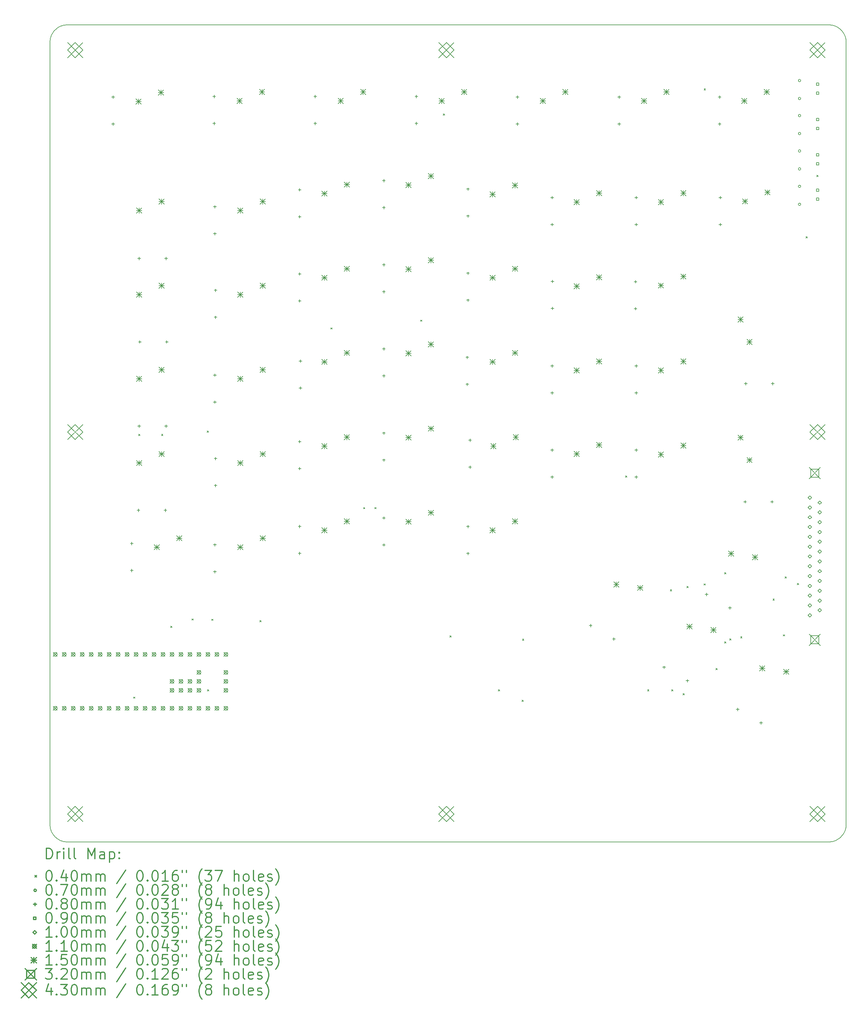
<source format=gbr>
%FSLAX45Y45*%
G04 Gerber Fmt 4.5, Leading zero omitted, Abs format (unit mm)*
G04 Created by KiCad (PCBNEW 5.1.6-c6e7f7d~87~ubuntu20.04.1) date 2020-09-12 13:52:08*
%MOMM*%
%LPD*%
G01*
G04 APERTURE LIST*
%TA.AperFunction,Profile*%
%ADD10C,0.200000*%
%TD*%
%ADD11C,0.200000*%
%ADD12C,0.300000*%
G04 APERTURE END LIST*
D10*
X2047289Y-4717200D02*
X2057900Y-4679400D01*
X24138100Y-27436383D02*
X24099100Y-27441068D01*
X24286900Y-27388014D02*
X24251200Y-27404550D01*
X2455190Y-27436383D02*
X2416740Y-27428666D01*
X24505300Y-4607000D02*
X24521700Y-4642700D01*
X24559900Y-26942493D02*
X24558400Y-26981768D01*
X2087941Y-4607000D02*
X2107096Y-4572700D01*
X24546100Y-4717200D02*
X24553700Y-4755700D01*
X2033508Y-26942493D02*
X2033508Y-4834100D01*
X2087941Y-27169595D02*
X2071542Y-27133904D01*
X2039710Y-27020768D02*
X2035024Y-26981768D01*
X2179994Y-27296099D02*
X2153260Y-27267160D01*
X24559900Y-4834100D02*
X24559900Y-26942493D01*
X24535300Y-27096971D02*
X24521700Y-27133904D01*
X24251200Y-27404550D02*
X24214400Y-27418055D01*
X2035024Y-26981768D02*
X2033508Y-26942493D01*
X2494186Y-4335500D02*
X2533598Y-4334000D01*
X2057900Y-4679400D02*
X2071542Y-4642700D01*
X24059800Y-4334000D02*
X24099100Y-4335500D01*
X2239663Y-27347086D02*
X2208795Y-27322695D01*
X24353700Y-27347086D02*
X24321100Y-27368859D01*
X2071542Y-27133904D02*
X2057900Y-27096971D01*
X2153260Y-27267160D02*
X2129006Y-27236430D01*
X2239663Y-4429500D02*
X2272185Y-4407600D01*
X2342189Y-4372000D02*
X2378983Y-4358400D01*
X24413400Y-27296099D02*
X24384600Y-27322695D01*
X2057900Y-27096971D02*
X2047289Y-27059213D01*
X2033508Y-4834100D02*
X2035024Y-4794700D01*
X2035024Y-4794700D02*
X2039710Y-4755700D01*
X2455190Y-4340200D02*
X2494186Y-4335500D01*
X24546100Y-27059213D02*
X24535300Y-27096971D01*
X24176500Y-27428666D02*
X24138100Y-27436383D01*
X24553700Y-27020768D02*
X24546100Y-27059213D01*
X24464400Y-4540100D02*
X24486200Y-4572700D01*
X24321100Y-27368859D02*
X24286900Y-27388014D01*
X24505300Y-27169595D02*
X24486200Y-27203770D01*
X2153260Y-4509300D02*
X2179994Y-4480500D01*
X2533598Y-4334000D02*
X24059800Y-4334000D01*
X2047289Y-27059213D02*
X2039710Y-27020768D01*
X24553700Y-4755700D02*
X24558400Y-4794700D01*
X2494186Y-27441068D02*
X2455190Y-27436383D01*
X24214400Y-27418055D02*
X24176500Y-27428666D01*
X2107096Y-27203770D02*
X2087941Y-27169595D01*
X24486200Y-4572700D02*
X24505300Y-4607000D01*
X24521700Y-4642700D02*
X24535300Y-4679400D01*
X24558400Y-26981768D02*
X24553700Y-27020768D01*
X2039710Y-4755700D02*
X2047289Y-4717200D01*
X24214400Y-4358400D02*
X24251200Y-4372000D01*
X2107096Y-4572700D02*
X2129006Y-4540100D01*
X2378983Y-4358400D02*
X2416740Y-4347800D01*
X24384600Y-4453700D02*
X24413400Y-4480500D01*
X24384600Y-27322695D02*
X24353700Y-27347086D01*
X24464400Y-27236430D02*
X24440000Y-27267160D01*
X24521700Y-27133904D02*
X24505300Y-27169595D01*
X2208795Y-27322695D02*
X2179994Y-27296099D01*
X24286900Y-4388400D02*
X24321100Y-4407600D01*
X24558400Y-4794700D02*
X24559900Y-4834100D01*
X2272185Y-4407600D02*
X2306498Y-4388400D01*
X2306498Y-4388400D02*
X2342189Y-4372000D01*
X2071542Y-4642700D02*
X2087941Y-4607000D01*
X24440000Y-27267160D02*
X24413400Y-27296099D01*
X2416740Y-4347800D02*
X2455190Y-4340200D01*
X24138100Y-4340200D02*
X24176500Y-4347800D01*
X24486200Y-27203770D02*
X24464400Y-27236430D01*
X24059800Y-27442584D02*
X2533598Y-27442584D01*
X24251200Y-4372000D02*
X24286900Y-4388400D01*
X2129006Y-4540100D02*
X2153260Y-4509300D01*
X24353700Y-4429500D02*
X24384600Y-4453700D01*
X24535300Y-4679400D02*
X24546100Y-4717200D01*
X2378983Y-27418055D02*
X2342189Y-27404550D01*
X2208795Y-4453700D02*
X2239663Y-4429500D01*
X24176500Y-4347800D02*
X24214400Y-4358400D01*
X2533598Y-27442584D02*
X2494186Y-27441068D01*
X2272185Y-27368859D02*
X2239663Y-27347086D01*
X24099100Y-27441068D02*
X24059800Y-27442584D01*
X24440000Y-4509300D02*
X24464400Y-4540100D01*
X2129006Y-27236430D02*
X2107096Y-27203770D01*
X24321100Y-4407600D02*
X24353700Y-4429500D01*
X24099100Y-4335500D02*
X24138100Y-4340200D01*
X2179994Y-4480500D02*
X2208795Y-4453700D01*
X2342189Y-27404550D02*
X2306498Y-27388014D01*
X24413400Y-4480500D02*
X24440000Y-4509300D01*
X2306498Y-27388014D02*
X2272185Y-27368859D01*
X2416740Y-27428666D02*
X2378983Y-27418055D01*
D11*
X4400000Y-23340000D02*
X4440000Y-23380000D01*
X4440000Y-23340000D02*
X4400000Y-23380000D01*
X4540000Y-15910000D02*
X4580000Y-15950000D01*
X4580000Y-15910000D02*
X4540000Y-15950000D01*
X5190000Y-15910000D02*
X5230000Y-15950000D01*
X5230000Y-15910000D02*
X5190000Y-15950000D01*
X5450000Y-21340000D02*
X5490000Y-21380000D01*
X5490000Y-21340000D02*
X5450000Y-21380000D01*
X6050000Y-21130000D02*
X6090000Y-21170000D01*
X6090000Y-21130000D02*
X6050000Y-21170000D01*
X6480000Y-15820000D02*
X6520000Y-15860000D01*
X6520000Y-15820000D02*
X6480000Y-15860000D01*
X6490000Y-23130000D02*
X6530000Y-23170000D01*
X6530000Y-23130000D02*
X6490000Y-23170000D01*
X6610000Y-21140000D02*
X6650000Y-21180000D01*
X6650000Y-21140000D02*
X6610000Y-21180000D01*
X7970000Y-21180000D02*
X8010000Y-21220000D01*
X8010000Y-21180000D02*
X7970000Y-21220000D01*
X9980000Y-12900000D02*
X10020000Y-12940000D01*
X10020000Y-12900000D02*
X9980000Y-12940000D01*
X10903610Y-17980810D02*
X10943610Y-18020810D01*
X10943610Y-17980810D02*
X10903610Y-18020810D01*
X11220680Y-17980810D02*
X11260680Y-18020810D01*
X11260680Y-17980810D02*
X11220680Y-18020810D01*
X12520000Y-12680000D02*
X12560000Y-12720000D01*
X12560000Y-12680000D02*
X12520000Y-12720000D01*
X13160000Y-6850000D02*
X13200000Y-6890000D01*
X13200000Y-6850000D02*
X13160000Y-6890000D01*
X13350000Y-21610000D02*
X13390000Y-21650000D01*
X13390000Y-21610000D02*
X13350000Y-21650000D01*
X14720000Y-23130000D02*
X14760000Y-23170000D01*
X14760000Y-23130000D02*
X14720000Y-23170000D01*
X15390000Y-23430000D02*
X15430000Y-23470000D01*
X15430000Y-23430000D02*
X15390000Y-23470000D01*
X15400000Y-21700000D02*
X15440000Y-21740000D01*
X15440000Y-21700000D02*
X15400000Y-21740000D01*
X18320000Y-17090000D02*
X18360000Y-17130000D01*
X18360000Y-17090000D02*
X18320000Y-17130000D01*
X18940000Y-23130000D02*
X18980000Y-23170000D01*
X18980000Y-23130000D02*
X18940000Y-23170000D01*
X19582060Y-20304970D02*
X19622060Y-20344970D01*
X19622060Y-20304970D02*
X19582060Y-20344970D01*
X19620000Y-23130000D02*
X19660000Y-23170000D01*
X19660000Y-23130000D02*
X19620000Y-23170000D01*
X19940000Y-23240000D02*
X19980000Y-23280000D01*
X19980000Y-23240000D02*
X19940000Y-23280000D01*
X20050000Y-20210000D02*
X20090000Y-20250000D01*
X20090000Y-20210000D02*
X20050000Y-20250000D01*
X20533110Y-20140090D02*
X20573110Y-20180090D01*
X20573110Y-20140090D02*
X20533110Y-20180090D01*
X20540000Y-6140000D02*
X20580000Y-6180000D01*
X20580000Y-6140000D02*
X20540000Y-6180000D01*
X20873810Y-22530780D02*
X20913810Y-22570780D01*
X20913810Y-22530780D02*
X20873810Y-22570780D01*
X21120000Y-19820000D02*
X21160000Y-19860000D01*
X21160000Y-19820000D02*
X21120000Y-19860000D01*
X21120940Y-21778890D02*
X21160940Y-21818890D01*
X21160940Y-21778890D02*
X21120940Y-21818890D01*
X21260980Y-21695460D02*
X21300980Y-21735460D01*
X21300980Y-21695460D02*
X21260980Y-21735460D01*
X21572900Y-21634250D02*
X21612900Y-21674250D01*
X21612900Y-21634250D02*
X21572900Y-21674250D01*
X22487610Y-20568490D02*
X22527610Y-20608490D01*
X22527610Y-20568490D02*
X22487610Y-20608490D01*
X22780000Y-21580000D02*
X22820000Y-21620000D01*
X22820000Y-21580000D02*
X22780000Y-21620000D01*
X22830000Y-19940000D02*
X22870000Y-19980000D01*
X22870000Y-19940000D02*
X22830000Y-19980000D01*
X23176820Y-20125190D02*
X23216820Y-20165190D01*
X23216820Y-20125190D02*
X23176820Y-20165190D01*
X23420000Y-10320000D02*
X23460000Y-10360000D01*
X23460000Y-10320000D02*
X23420000Y-10360000D01*
X23730000Y-8590000D02*
X23770000Y-8630000D01*
X23770000Y-8590000D02*
X23730000Y-8630000D01*
X23275000Y-5910000D02*
G75*
G03*
X23275000Y-5910000I-35000J0D01*
G01*
X23275000Y-6418000D02*
G75*
G03*
X23275000Y-6418000I-35000J0D01*
G01*
X23275000Y-8902000D02*
G75*
G03*
X23275000Y-8902000I-35000J0D01*
G01*
X23275000Y-9410000D02*
G75*
G03*
X23275000Y-9410000I-35000J0D01*
G01*
X23275000Y-7902000D02*
G75*
G03*
X23275000Y-7902000I-35000J0D01*
G01*
X23275000Y-8410000D02*
G75*
G03*
X23275000Y-8410000I-35000J0D01*
G01*
X23275000Y-6902000D02*
G75*
G03*
X23275000Y-6902000I-35000J0D01*
G01*
X23275000Y-7410000D02*
G75*
G03*
X23275000Y-7410000I-35000J0D01*
G01*
X4350000Y-18960000D02*
X4350000Y-19040000D01*
X4310000Y-19000000D02*
X4390000Y-19000000D01*
X4350000Y-19722000D02*
X4350000Y-19802000D01*
X4310000Y-19762000D02*
X4390000Y-19762000D01*
X6700000Y-14198000D02*
X6700000Y-14278000D01*
X6660000Y-14238000D02*
X6740000Y-14238000D01*
X6700000Y-14960000D02*
X6700000Y-15040000D01*
X6660000Y-15000000D02*
X6740000Y-15000000D01*
X4578000Y-13260000D02*
X4578000Y-13340000D01*
X4538000Y-13300000D02*
X4618000Y-13300000D01*
X5340000Y-13260000D02*
X5340000Y-13340000D01*
X5300000Y-13300000D02*
X5380000Y-13300000D01*
X11480000Y-18238000D02*
X11480000Y-18318000D01*
X11440000Y-18278000D02*
X11520000Y-18278000D01*
X11480000Y-19000000D02*
X11480000Y-19080000D01*
X11440000Y-19040000D02*
X11520000Y-19040000D01*
X6720000Y-16558000D02*
X6720000Y-16638000D01*
X6680000Y-16598000D02*
X6760000Y-16598000D01*
X6720000Y-17320000D02*
X6720000Y-17400000D01*
X6680000Y-17360000D02*
X6760000Y-17360000D01*
X13860000Y-8938000D02*
X13860000Y-9018000D01*
X13820000Y-8978000D02*
X13900000Y-8978000D01*
X13860000Y-9700000D02*
X13860000Y-9780000D01*
X13820000Y-9740000D02*
X13900000Y-9740000D01*
X21700000Y-17780000D02*
X21700000Y-17860000D01*
X21660000Y-17820000D02*
X21740000Y-17820000D01*
X22462000Y-17780000D02*
X22462000Y-17860000D01*
X22422000Y-17820000D02*
X22502000Y-17820000D01*
X12400000Y-6318000D02*
X12400000Y-6398000D01*
X12360000Y-6358000D02*
X12440000Y-6358000D01*
X12400000Y-7080000D02*
X12400000Y-7160000D01*
X12360000Y-7120000D02*
X12440000Y-7120000D01*
X18620000Y-13940000D02*
X18620000Y-14020000D01*
X18580000Y-13980000D02*
X18660000Y-13980000D01*
X18620000Y-14702000D02*
X18620000Y-14782000D01*
X18580000Y-14742000D02*
X18660000Y-14742000D01*
X16250000Y-11548000D02*
X16250000Y-11628000D01*
X16210000Y-11588000D02*
X16290000Y-11588000D01*
X16250000Y-12310000D02*
X16250000Y-12390000D01*
X16210000Y-12350000D02*
X16290000Y-12350000D01*
X6720000Y-11800000D02*
X6720000Y-11880000D01*
X6680000Y-11840000D02*
X6760000Y-11840000D01*
X6720000Y-12562000D02*
X6720000Y-12642000D01*
X6680000Y-12602000D02*
X6760000Y-12602000D01*
X4558000Y-10900000D02*
X4558000Y-10980000D01*
X4518000Y-10940000D02*
X4598000Y-10940000D01*
X5320000Y-10900000D02*
X5320000Y-10980000D01*
X5280000Y-10940000D02*
X5360000Y-10940000D01*
X6700000Y-9438000D02*
X6700000Y-9518000D01*
X6660000Y-9478000D02*
X6740000Y-9478000D01*
X6700000Y-10200000D02*
X6700000Y-10280000D01*
X6660000Y-10240000D02*
X6740000Y-10240000D01*
X20980000Y-6338000D02*
X20980000Y-6418000D01*
X20940000Y-6378000D02*
X21020000Y-6378000D01*
X20980000Y-7100000D02*
X20980000Y-7180000D01*
X20940000Y-7140000D02*
X21020000Y-7140000D01*
X19409989Y-22460000D02*
X19409989Y-22540000D01*
X19369989Y-22500000D02*
X19449989Y-22500000D01*
X20069900Y-22841000D02*
X20069900Y-22921000D01*
X20029900Y-22881000D02*
X20109900Y-22881000D01*
X18140000Y-6338000D02*
X18140000Y-6418000D01*
X18100000Y-6378000D02*
X18180000Y-6378000D01*
X18140000Y-7100000D02*
X18140000Y-7180000D01*
X18100000Y-7140000D02*
X18180000Y-7140000D01*
X9100000Y-16078000D02*
X9100000Y-16158000D01*
X9060000Y-16118000D02*
X9140000Y-16118000D01*
X9100000Y-16840000D02*
X9100000Y-16920000D01*
X9060000Y-16880000D02*
X9140000Y-16880000D01*
X11480000Y-11078000D02*
X11480000Y-11158000D01*
X11440000Y-11118000D02*
X11520000Y-11118000D01*
X11480000Y-11840000D02*
X11480000Y-11920000D01*
X11440000Y-11880000D02*
X11520000Y-11880000D01*
X9100000Y-18478000D02*
X9100000Y-18558000D01*
X9060000Y-18518000D02*
X9140000Y-18518000D01*
X9100000Y-19240000D02*
X9100000Y-19320000D01*
X9060000Y-19280000D02*
X9140000Y-19280000D01*
X11480000Y-13458000D02*
X11480000Y-13538000D01*
X11440000Y-13498000D02*
X11520000Y-13498000D01*
X11480000Y-14220000D02*
X11480000Y-14300000D01*
X11440000Y-14260000D02*
X11520000Y-14260000D01*
X13840000Y-13698000D02*
X13840000Y-13778000D01*
X13800000Y-13738000D02*
X13880000Y-13738000D01*
X13840000Y-14460000D02*
X13840000Y-14540000D01*
X13800000Y-14500000D02*
X13880000Y-14500000D01*
X13860000Y-11318000D02*
X13860000Y-11398000D01*
X13820000Y-11358000D02*
X13900000Y-11358000D01*
X13860000Y-12080000D02*
X13860000Y-12160000D01*
X13820000Y-12120000D02*
X13900000Y-12120000D01*
X21720000Y-14440000D02*
X21720000Y-14520000D01*
X21680000Y-14480000D02*
X21760000Y-14480000D01*
X22482000Y-14440000D02*
X22482000Y-14520000D01*
X22442000Y-14480000D02*
X22522000Y-14480000D01*
X3820000Y-6338000D02*
X3820000Y-6418000D01*
X3780000Y-6378000D02*
X3860000Y-6378000D01*
X3820000Y-7100000D02*
X3820000Y-7180000D01*
X3780000Y-7140000D02*
X3860000Y-7140000D01*
X11480000Y-15838000D02*
X11480000Y-15918000D01*
X11440000Y-15878000D02*
X11520000Y-15878000D01*
X11480000Y-16600000D02*
X11480000Y-16680000D01*
X11440000Y-16640000D02*
X11520000Y-16640000D01*
X9100000Y-11338000D02*
X9100000Y-11418000D01*
X9060000Y-11378000D02*
X9140000Y-11378000D01*
X9100000Y-12100000D02*
X9100000Y-12180000D01*
X9060000Y-12140000D02*
X9140000Y-12140000D01*
X13920000Y-16038000D02*
X13920000Y-16118000D01*
X13880000Y-16078000D02*
X13960000Y-16078000D01*
X13920000Y-16800000D02*
X13920000Y-16880000D01*
X13880000Y-16840000D02*
X13960000Y-16840000D01*
X9120000Y-13800000D02*
X9120000Y-13880000D01*
X9080000Y-13840000D02*
X9160000Y-13840000D01*
X9120000Y-14562000D02*
X9120000Y-14642000D01*
X9080000Y-14602000D02*
X9160000Y-14602000D01*
X9100000Y-8958000D02*
X9100000Y-9038000D01*
X9060000Y-8998000D02*
X9140000Y-8998000D01*
X9100000Y-9720000D02*
X9100000Y-9800000D01*
X9060000Y-9760000D02*
X9140000Y-9760000D01*
X20610000Y-20400000D02*
X20610000Y-20480000D01*
X20570000Y-20440000D02*
X20650000Y-20440000D01*
X21269911Y-20781000D02*
X21269911Y-20861000D01*
X21229911Y-20821000D02*
X21309911Y-20821000D01*
X15260000Y-6338000D02*
X15260000Y-6418000D01*
X15220000Y-6378000D02*
X15300000Y-6378000D01*
X15260000Y-7100000D02*
X15260000Y-7180000D01*
X15220000Y-7140000D02*
X15300000Y-7140000D01*
X18600000Y-11558000D02*
X18600000Y-11638000D01*
X18560000Y-11598000D02*
X18640000Y-11598000D01*
X18600000Y-12320000D02*
X18600000Y-12400000D01*
X18560000Y-12360000D02*
X18640000Y-12360000D01*
X16240000Y-13938000D02*
X16240000Y-14018000D01*
X16200000Y-13978000D02*
X16280000Y-13978000D01*
X16240000Y-14700000D02*
X16240000Y-14780000D01*
X16200000Y-14740000D02*
X16280000Y-14740000D01*
X9540000Y-6318000D02*
X9540000Y-6398000D01*
X9500000Y-6358000D02*
X9580000Y-6358000D01*
X9540000Y-7080000D02*
X9540000Y-7160000D01*
X9500000Y-7120000D02*
X9580000Y-7120000D01*
X16240000Y-9178000D02*
X16240000Y-9258000D01*
X16200000Y-9218000D02*
X16280000Y-9218000D01*
X16240000Y-9940000D02*
X16240000Y-10020000D01*
X16200000Y-9980000D02*
X16280000Y-9980000D01*
X13860000Y-18480000D02*
X13860000Y-18560000D01*
X13820000Y-18520000D02*
X13900000Y-18520000D01*
X13860000Y-19242000D02*
X13860000Y-19322000D01*
X13820000Y-19282000D02*
X13900000Y-19282000D01*
X4538000Y-18020000D02*
X4538000Y-18100000D01*
X4498000Y-18060000D02*
X4578000Y-18060000D01*
X5300000Y-18020000D02*
X5300000Y-18100000D01*
X5260000Y-18060000D02*
X5340000Y-18060000D01*
X11480000Y-8700000D02*
X11480000Y-8780000D01*
X11440000Y-8740000D02*
X11520000Y-8740000D01*
X11480000Y-9462000D02*
X11480000Y-9542000D01*
X11440000Y-9502000D02*
X11520000Y-9502000D01*
X18620000Y-9178000D02*
X18620000Y-9258000D01*
X18580000Y-9218000D02*
X18660000Y-9218000D01*
X18620000Y-9940000D02*
X18620000Y-10020000D01*
X18580000Y-9980000D02*
X18660000Y-9980000D01*
X21000000Y-9178000D02*
X21000000Y-9258000D01*
X20960000Y-9218000D02*
X21040000Y-9218000D01*
X21000000Y-9940000D02*
X21000000Y-10020000D01*
X20960000Y-9980000D02*
X21040000Y-9980000D01*
X18620000Y-16318000D02*
X18620000Y-16398000D01*
X18580000Y-16358000D02*
X18660000Y-16358000D01*
X18620000Y-17080000D02*
X18620000Y-17160000D01*
X18580000Y-17120000D02*
X18660000Y-17120000D01*
X6700000Y-18998000D02*
X6700000Y-19078000D01*
X6660000Y-19038000D02*
X6740000Y-19038000D01*
X6700000Y-19760000D02*
X6700000Y-19840000D01*
X6660000Y-19800000D02*
X6740000Y-19800000D01*
X4558000Y-15640000D02*
X4558000Y-15720000D01*
X4518000Y-15680000D02*
X4598000Y-15680000D01*
X5320000Y-15640000D02*
X5320000Y-15720000D01*
X5280000Y-15680000D02*
X5360000Y-15680000D01*
X6680000Y-6318000D02*
X6680000Y-6398000D01*
X6640000Y-6358000D02*
X6720000Y-6358000D01*
X6680000Y-7080000D02*
X6680000Y-7160000D01*
X6640000Y-7120000D02*
X6720000Y-7120000D01*
X21490089Y-23649000D02*
X21490089Y-23729000D01*
X21450089Y-23689000D02*
X21530089Y-23689000D01*
X22150000Y-24030000D02*
X22150000Y-24110000D01*
X22110000Y-24070000D02*
X22190000Y-24070000D01*
X17330089Y-21279000D02*
X17330089Y-21359000D01*
X17290089Y-21319000D02*
X17370089Y-21319000D01*
X17990000Y-21660000D02*
X17990000Y-21740000D01*
X17950000Y-21700000D02*
X18030000Y-21700000D01*
X16240000Y-16318000D02*
X16240000Y-16398000D01*
X16200000Y-16358000D02*
X16280000Y-16358000D01*
X16240000Y-17080000D02*
X16240000Y-17160000D01*
X16200000Y-17120000D02*
X16280000Y-17120000D01*
X23781820Y-7041820D02*
X23781820Y-6978180D01*
X23718180Y-6978180D01*
X23718180Y-7041820D01*
X23781820Y-7041820D01*
X23781820Y-7295820D02*
X23781820Y-7232180D01*
X23718180Y-7232180D01*
X23718180Y-7295820D01*
X23781820Y-7295820D01*
X23781820Y-8041820D02*
X23781820Y-7978180D01*
X23718180Y-7978180D01*
X23718180Y-8041820D01*
X23781820Y-8041820D01*
X23781820Y-8295820D02*
X23781820Y-8232180D01*
X23718180Y-8232180D01*
X23718180Y-8295820D01*
X23781820Y-8295820D01*
X23781820Y-9041820D02*
X23781820Y-8978180D01*
X23718180Y-8978180D01*
X23718180Y-9041820D01*
X23781820Y-9041820D01*
X23781820Y-9295820D02*
X23781820Y-9232180D01*
X23718180Y-9232180D01*
X23718180Y-9295820D01*
X23781820Y-9295820D01*
X23781820Y-6041820D02*
X23781820Y-5978180D01*
X23718180Y-5978180D01*
X23718180Y-6041820D01*
X23781820Y-6041820D01*
X23781820Y-6295820D02*
X23781820Y-6232180D01*
X23718180Y-6232180D01*
X23718180Y-6295820D01*
X23781820Y-6295820D01*
X23530000Y-17756000D02*
X23580000Y-17706000D01*
X23530000Y-17656000D01*
X23480000Y-17706000D01*
X23530000Y-17756000D01*
X23530000Y-18033000D02*
X23580000Y-17983000D01*
X23530000Y-17933000D01*
X23480000Y-17983000D01*
X23530000Y-18033000D01*
X23530000Y-18310000D02*
X23580000Y-18260000D01*
X23530000Y-18210000D01*
X23480000Y-18260000D01*
X23530000Y-18310000D01*
X23530000Y-18587000D02*
X23580000Y-18537000D01*
X23530000Y-18487000D01*
X23480000Y-18537000D01*
X23530000Y-18587000D01*
X23530000Y-18864000D02*
X23580000Y-18814000D01*
X23530000Y-18764000D01*
X23480000Y-18814000D01*
X23530000Y-18864000D01*
X23530000Y-19141000D02*
X23580000Y-19091000D01*
X23530000Y-19041000D01*
X23480000Y-19091000D01*
X23530000Y-19141000D01*
X23530000Y-19418000D02*
X23580000Y-19368000D01*
X23530000Y-19318000D01*
X23480000Y-19368000D01*
X23530000Y-19418000D01*
X23530000Y-19695000D02*
X23580000Y-19645000D01*
X23530000Y-19595000D01*
X23480000Y-19645000D01*
X23530000Y-19695000D01*
X23530000Y-19972000D02*
X23580000Y-19922000D01*
X23530000Y-19872000D01*
X23480000Y-19922000D01*
X23530000Y-19972000D01*
X23530000Y-20249000D02*
X23580000Y-20199000D01*
X23530000Y-20149000D01*
X23480000Y-20199000D01*
X23530000Y-20249000D01*
X23530000Y-20526000D02*
X23580000Y-20476000D01*
X23530000Y-20426000D01*
X23480000Y-20476000D01*
X23530000Y-20526000D01*
X23530000Y-20803000D02*
X23580000Y-20753000D01*
X23530000Y-20703000D01*
X23480000Y-20753000D01*
X23530000Y-20803000D01*
X23530000Y-21080000D02*
X23580000Y-21030000D01*
X23530000Y-20980000D01*
X23480000Y-21030000D01*
X23530000Y-21080000D01*
X23814000Y-17894500D02*
X23864000Y-17844500D01*
X23814000Y-17794500D01*
X23764000Y-17844500D01*
X23814000Y-17894500D01*
X23814000Y-18171500D02*
X23864000Y-18121500D01*
X23814000Y-18071500D01*
X23764000Y-18121500D01*
X23814000Y-18171500D01*
X23814000Y-18448500D02*
X23864000Y-18398500D01*
X23814000Y-18348500D01*
X23764000Y-18398500D01*
X23814000Y-18448500D01*
X23814000Y-18725500D02*
X23864000Y-18675500D01*
X23814000Y-18625500D01*
X23764000Y-18675500D01*
X23814000Y-18725500D01*
X23814000Y-19002500D02*
X23864000Y-18952500D01*
X23814000Y-18902500D01*
X23764000Y-18952500D01*
X23814000Y-19002500D01*
X23814000Y-19279500D02*
X23864000Y-19229500D01*
X23814000Y-19179500D01*
X23764000Y-19229500D01*
X23814000Y-19279500D01*
X23814000Y-19556500D02*
X23864000Y-19506500D01*
X23814000Y-19456500D01*
X23764000Y-19506500D01*
X23814000Y-19556500D01*
X23814000Y-19833500D02*
X23864000Y-19783500D01*
X23814000Y-19733500D01*
X23764000Y-19783500D01*
X23814000Y-19833500D01*
X23814000Y-20110500D02*
X23864000Y-20060500D01*
X23814000Y-20010500D01*
X23764000Y-20060500D01*
X23814000Y-20110500D01*
X23814000Y-20387500D02*
X23864000Y-20337500D01*
X23814000Y-20287500D01*
X23764000Y-20337500D01*
X23814000Y-20387500D01*
X23814000Y-20664500D02*
X23864000Y-20614500D01*
X23814000Y-20564500D01*
X23764000Y-20614500D01*
X23814000Y-20664500D01*
X23814000Y-20941500D02*
X23864000Y-20891500D01*
X23814000Y-20841500D01*
X23764000Y-20891500D01*
X23814000Y-20941500D01*
X2132000Y-22083000D02*
X2242000Y-22193000D01*
X2242000Y-22083000D02*
X2132000Y-22193000D01*
X2242000Y-22138000D02*
G75*
G03*
X2242000Y-22138000I-55000J0D01*
G01*
X2132000Y-23607000D02*
X2242000Y-23717000D01*
X2242000Y-23607000D02*
X2132000Y-23717000D01*
X2242000Y-23662000D02*
G75*
G03*
X2242000Y-23662000I-55000J0D01*
G01*
X2386000Y-22083000D02*
X2496000Y-22193000D01*
X2496000Y-22083000D02*
X2386000Y-22193000D01*
X2496000Y-22138000D02*
G75*
G03*
X2496000Y-22138000I-55000J0D01*
G01*
X2386000Y-23607000D02*
X2496000Y-23717000D01*
X2496000Y-23607000D02*
X2386000Y-23717000D01*
X2496000Y-23662000D02*
G75*
G03*
X2496000Y-23662000I-55000J0D01*
G01*
X2640000Y-22083000D02*
X2750000Y-22193000D01*
X2750000Y-22083000D02*
X2640000Y-22193000D01*
X2750000Y-22138000D02*
G75*
G03*
X2750000Y-22138000I-55000J0D01*
G01*
X2640000Y-23607000D02*
X2750000Y-23717000D01*
X2750000Y-23607000D02*
X2640000Y-23717000D01*
X2750000Y-23662000D02*
G75*
G03*
X2750000Y-23662000I-55000J0D01*
G01*
X2894000Y-22083000D02*
X3004000Y-22193000D01*
X3004000Y-22083000D02*
X2894000Y-22193000D01*
X3004000Y-22138000D02*
G75*
G03*
X3004000Y-22138000I-55000J0D01*
G01*
X2894000Y-23607000D02*
X3004000Y-23717000D01*
X3004000Y-23607000D02*
X2894000Y-23717000D01*
X3004000Y-23662000D02*
G75*
G03*
X3004000Y-23662000I-55000J0D01*
G01*
X3148000Y-22083000D02*
X3258000Y-22193000D01*
X3258000Y-22083000D02*
X3148000Y-22193000D01*
X3258000Y-22138000D02*
G75*
G03*
X3258000Y-22138000I-55000J0D01*
G01*
X3148000Y-23607000D02*
X3258000Y-23717000D01*
X3258000Y-23607000D02*
X3148000Y-23717000D01*
X3258000Y-23662000D02*
G75*
G03*
X3258000Y-23662000I-55000J0D01*
G01*
X3402000Y-22083000D02*
X3512000Y-22193000D01*
X3512000Y-22083000D02*
X3402000Y-22193000D01*
X3512000Y-22138000D02*
G75*
G03*
X3512000Y-22138000I-55000J0D01*
G01*
X3402000Y-23607000D02*
X3512000Y-23717000D01*
X3512000Y-23607000D02*
X3402000Y-23717000D01*
X3512000Y-23662000D02*
G75*
G03*
X3512000Y-23662000I-55000J0D01*
G01*
X3656000Y-22083000D02*
X3766000Y-22193000D01*
X3766000Y-22083000D02*
X3656000Y-22193000D01*
X3766000Y-22138000D02*
G75*
G03*
X3766000Y-22138000I-55000J0D01*
G01*
X3656000Y-23607000D02*
X3766000Y-23717000D01*
X3766000Y-23607000D02*
X3656000Y-23717000D01*
X3766000Y-23662000D02*
G75*
G03*
X3766000Y-23662000I-55000J0D01*
G01*
X3910000Y-22083000D02*
X4020000Y-22193000D01*
X4020000Y-22083000D02*
X3910000Y-22193000D01*
X4020000Y-22138000D02*
G75*
G03*
X4020000Y-22138000I-55000J0D01*
G01*
X3910000Y-23607000D02*
X4020000Y-23717000D01*
X4020000Y-23607000D02*
X3910000Y-23717000D01*
X4020000Y-23662000D02*
G75*
G03*
X4020000Y-23662000I-55000J0D01*
G01*
X4164000Y-22083000D02*
X4274000Y-22193000D01*
X4274000Y-22083000D02*
X4164000Y-22193000D01*
X4274000Y-22138000D02*
G75*
G03*
X4274000Y-22138000I-55000J0D01*
G01*
X4164000Y-23607000D02*
X4274000Y-23717000D01*
X4274000Y-23607000D02*
X4164000Y-23717000D01*
X4274000Y-23662000D02*
G75*
G03*
X4274000Y-23662000I-55000J0D01*
G01*
X4418000Y-22083000D02*
X4528000Y-22193000D01*
X4528000Y-22083000D02*
X4418000Y-22193000D01*
X4528000Y-22138000D02*
G75*
G03*
X4528000Y-22138000I-55000J0D01*
G01*
X4418000Y-23607000D02*
X4528000Y-23717000D01*
X4528000Y-23607000D02*
X4418000Y-23717000D01*
X4528000Y-23662000D02*
G75*
G03*
X4528000Y-23662000I-55000J0D01*
G01*
X4672000Y-22083000D02*
X4782000Y-22193000D01*
X4782000Y-22083000D02*
X4672000Y-22193000D01*
X4782000Y-22138000D02*
G75*
G03*
X4782000Y-22138000I-55000J0D01*
G01*
X4672000Y-23607000D02*
X4782000Y-23717000D01*
X4782000Y-23607000D02*
X4672000Y-23717000D01*
X4782000Y-23662000D02*
G75*
G03*
X4782000Y-23662000I-55000J0D01*
G01*
X4926000Y-22083000D02*
X5036000Y-22193000D01*
X5036000Y-22083000D02*
X4926000Y-22193000D01*
X5036000Y-22138000D02*
G75*
G03*
X5036000Y-22138000I-55000J0D01*
G01*
X4926000Y-23607000D02*
X5036000Y-23717000D01*
X5036000Y-23607000D02*
X4926000Y-23717000D01*
X5036000Y-23662000D02*
G75*
G03*
X5036000Y-23662000I-55000J0D01*
G01*
X5180000Y-22083000D02*
X5290000Y-22193000D01*
X5290000Y-22083000D02*
X5180000Y-22193000D01*
X5290000Y-22138000D02*
G75*
G03*
X5290000Y-22138000I-55000J0D01*
G01*
X5180000Y-23607000D02*
X5290000Y-23717000D01*
X5290000Y-23607000D02*
X5180000Y-23717000D01*
X5290000Y-23662000D02*
G75*
G03*
X5290000Y-23662000I-55000J0D01*
G01*
X5434000Y-22083000D02*
X5544000Y-22193000D01*
X5544000Y-22083000D02*
X5434000Y-22193000D01*
X5544000Y-22138000D02*
G75*
G03*
X5544000Y-22138000I-55000J0D01*
G01*
X5434000Y-22845000D02*
X5544000Y-22955000D01*
X5544000Y-22845000D02*
X5434000Y-22955000D01*
X5544000Y-22900000D02*
G75*
G03*
X5544000Y-22900000I-55000J0D01*
G01*
X5434000Y-23099000D02*
X5544000Y-23209000D01*
X5544000Y-23099000D02*
X5434000Y-23209000D01*
X5544000Y-23154000D02*
G75*
G03*
X5544000Y-23154000I-55000J0D01*
G01*
X5434000Y-23607000D02*
X5544000Y-23717000D01*
X5544000Y-23607000D02*
X5434000Y-23717000D01*
X5544000Y-23662000D02*
G75*
G03*
X5544000Y-23662000I-55000J0D01*
G01*
X5688000Y-22083000D02*
X5798000Y-22193000D01*
X5798000Y-22083000D02*
X5688000Y-22193000D01*
X5798000Y-22138000D02*
G75*
G03*
X5798000Y-22138000I-55000J0D01*
G01*
X5688000Y-22845000D02*
X5798000Y-22955000D01*
X5798000Y-22845000D02*
X5688000Y-22955000D01*
X5798000Y-22900000D02*
G75*
G03*
X5798000Y-22900000I-55000J0D01*
G01*
X5688000Y-23099000D02*
X5798000Y-23209000D01*
X5798000Y-23099000D02*
X5688000Y-23209000D01*
X5798000Y-23154000D02*
G75*
G03*
X5798000Y-23154000I-55000J0D01*
G01*
X5688000Y-23607000D02*
X5798000Y-23717000D01*
X5798000Y-23607000D02*
X5688000Y-23717000D01*
X5798000Y-23662000D02*
G75*
G03*
X5798000Y-23662000I-55000J0D01*
G01*
X5942000Y-22083000D02*
X6052000Y-22193000D01*
X6052000Y-22083000D02*
X5942000Y-22193000D01*
X6052000Y-22138000D02*
G75*
G03*
X6052000Y-22138000I-55000J0D01*
G01*
X5942000Y-22845000D02*
X6052000Y-22955000D01*
X6052000Y-22845000D02*
X5942000Y-22955000D01*
X6052000Y-22900000D02*
G75*
G03*
X6052000Y-22900000I-55000J0D01*
G01*
X5942000Y-23099000D02*
X6052000Y-23209000D01*
X6052000Y-23099000D02*
X5942000Y-23209000D01*
X6052000Y-23154000D02*
G75*
G03*
X6052000Y-23154000I-55000J0D01*
G01*
X5942000Y-23607000D02*
X6052000Y-23717000D01*
X6052000Y-23607000D02*
X5942000Y-23717000D01*
X6052000Y-23662000D02*
G75*
G03*
X6052000Y-23662000I-55000J0D01*
G01*
X6196000Y-22083000D02*
X6306000Y-22193000D01*
X6306000Y-22083000D02*
X6196000Y-22193000D01*
X6306000Y-22138000D02*
G75*
G03*
X6306000Y-22138000I-55000J0D01*
G01*
X6196000Y-22591000D02*
X6306000Y-22701000D01*
X6306000Y-22591000D02*
X6196000Y-22701000D01*
X6306000Y-22646000D02*
G75*
G03*
X6306000Y-22646000I-55000J0D01*
G01*
X6196000Y-22845000D02*
X6306000Y-22955000D01*
X6306000Y-22845000D02*
X6196000Y-22955000D01*
X6306000Y-22900000D02*
G75*
G03*
X6306000Y-22900000I-55000J0D01*
G01*
X6196000Y-23099000D02*
X6306000Y-23209000D01*
X6306000Y-23099000D02*
X6196000Y-23209000D01*
X6306000Y-23154000D02*
G75*
G03*
X6306000Y-23154000I-55000J0D01*
G01*
X6196000Y-23607000D02*
X6306000Y-23717000D01*
X6306000Y-23607000D02*
X6196000Y-23717000D01*
X6306000Y-23662000D02*
G75*
G03*
X6306000Y-23662000I-55000J0D01*
G01*
X6450000Y-22083000D02*
X6560000Y-22193000D01*
X6560000Y-22083000D02*
X6450000Y-22193000D01*
X6560000Y-22138000D02*
G75*
G03*
X6560000Y-22138000I-55000J0D01*
G01*
X6450000Y-23607000D02*
X6560000Y-23717000D01*
X6560000Y-23607000D02*
X6450000Y-23717000D01*
X6560000Y-23662000D02*
G75*
G03*
X6560000Y-23662000I-55000J0D01*
G01*
X6704000Y-22083000D02*
X6814000Y-22193000D01*
X6814000Y-22083000D02*
X6704000Y-22193000D01*
X6814000Y-22138000D02*
G75*
G03*
X6814000Y-22138000I-55000J0D01*
G01*
X6704000Y-23607000D02*
X6814000Y-23717000D01*
X6814000Y-23607000D02*
X6704000Y-23717000D01*
X6814000Y-23662000D02*
G75*
G03*
X6814000Y-23662000I-55000J0D01*
G01*
X6958000Y-22083000D02*
X7068000Y-22193000D01*
X7068000Y-22083000D02*
X6958000Y-22193000D01*
X7068000Y-22138000D02*
G75*
G03*
X7068000Y-22138000I-55000J0D01*
G01*
X6958000Y-22591000D02*
X7068000Y-22701000D01*
X7068000Y-22591000D02*
X6958000Y-22701000D01*
X7068000Y-22646000D02*
G75*
G03*
X7068000Y-22646000I-55000J0D01*
G01*
X6958000Y-22845000D02*
X7068000Y-22955000D01*
X7068000Y-22845000D02*
X6958000Y-22955000D01*
X7068000Y-22900000D02*
G75*
G03*
X7068000Y-22900000I-55000J0D01*
G01*
X6958000Y-23099000D02*
X7068000Y-23209000D01*
X7068000Y-23099000D02*
X6958000Y-23209000D01*
X7068000Y-23154000D02*
G75*
G03*
X7068000Y-23154000I-55000J0D01*
G01*
X6958000Y-23607000D02*
X7068000Y-23717000D01*
X7068000Y-23607000D02*
X6958000Y-23717000D01*
X7068000Y-23662000D02*
G75*
G03*
X7068000Y-23662000I-55000J0D01*
G01*
X7344000Y-11891000D02*
X7494000Y-12041000D01*
X7494000Y-11891000D02*
X7344000Y-12041000D01*
X7419000Y-11891000D02*
X7419000Y-12041000D01*
X7344000Y-11966000D02*
X7494000Y-11966000D01*
X7979000Y-11637000D02*
X8129000Y-11787000D01*
X8129000Y-11637000D02*
X7979000Y-11787000D01*
X8054000Y-11637000D02*
X8054000Y-11787000D01*
X7979000Y-11712000D02*
X8129000Y-11712000D01*
X12104000Y-15931000D02*
X12254000Y-16081000D01*
X12254000Y-15931000D02*
X12104000Y-16081000D01*
X12179000Y-15931000D02*
X12179000Y-16081000D01*
X12104000Y-16006000D02*
X12254000Y-16006000D01*
X12739000Y-15677000D02*
X12889000Y-15827000D01*
X12889000Y-15677000D02*
X12739000Y-15827000D01*
X12814000Y-15677000D02*
X12814000Y-15827000D01*
X12739000Y-15752000D02*
X12889000Y-15752000D01*
X7324000Y-6411000D02*
X7474000Y-6561000D01*
X7474000Y-6411000D02*
X7324000Y-6561000D01*
X7399000Y-6411000D02*
X7399000Y-6561000D01*
X7324000Y-6486000D02*
X7474000Y-6486000D01*
X7959000Y-6157000D02*
X8109000Y-6307000D01*
X8109000Y-6157000D02*
X7959000Y-6307000D01*
X8034000Y-6157000D02*
X8034000Y-6307000D01*
X7959000Y-6232000D02*
X8109000Y-6232000D01*
X10184000Y-6411000D02*
X10334000Y-6561000D01*
X10334000Y-6411000D02*
X10184000Y-6561000D01*
X10259000Y-6411000D02*
X10259000Y-6561000D01*
X10184000Y-6486000D02*
X10334000Y-6486000D01*
X10819000Y-6157000D02*
X10969000Y-6307000D01*
X10969000Y-6157000D02*
X10819000Y-6307000D01*
X10894000Y-6157000D02*
X10894000Y-6307000D01*
X10819000Y-6232000D02*
X10969000Y-6232000D01*
X7344000Y-9511000D02*
X7494000Y-9661000D01*
X7494000Y-9511000D02*
X7344000Y-9661000D01*
X7419000Y-9511000D02*
X7419000Y-9661000D01*
X7344000Y-9586000D02*
X7494000Y-9586000D01*
X7979000Y-9257000D02*
X8129000Y-9407000D01*
X8129000Y-9257000D02*
X7979000Y-9407000D01*
X8054000Y-9257000D02*
X8054000Y-9407000D01*
X7979000Y-9332000D02*
X8129000Y-9332000D01*
X14484000Y-9051000D02*
X14634000Y-9201000D01*
X14634000Y-9051000D02*
X14484000Y-9201000D01*
X14559000Y-9051000D02*
X14559000Y-9201000D01*
X14484000Y-9126000D02*
X14634000Y-9126000D01*
X15119000Y-8797000D02*
X15269000Y-8947000D01*
X15269000Y-8797000D02*
X15119000Y-8947000D01*
X15194000Y-8797000D02*
X15194000Y-8947000D01*
X15119000Y-8872000D02*
X15269000Y-8872000D01*
X19244000Y-14031000D02*
X19394000Y-14181000D01*
X19394000Y-14031000D02*
X19244000Y-14181000D01*
X19319000Y-14031000D02*
X19319000Y-14181000D01*
X19244000Y-14106000D02*
X19394000Y-14106000D01*
X19879000Y-13777000D02*
X20029000Y-13927000D01*
X20029000Y-13777000D02*
X19879000Y-13927000D01*
X19954000Y-13777000D02*
X19954000Y-13927000D01*
X19879000Y-13852000D02*
X20029000Y-13852000D01*
X9724000Y-13791000D02*
X9874000Y-13941000D01*
X9874000Y-13791000D02*
X9724000Y-13941000D01*
X9799000Y-13791000D02*
X9799000Y-13941000D01*
X9724000Y-13866000D02*
X9874000Y-13866000D01*
X10359000Y-13537000D02*
X10509000Y-13687000D01*
X10509000Y-13537000D02*
X10359000Y-13687000D01*
X10434000Y-13537000D02*
X10434000Y-13687000D01*
X10359000Y-13612000D02*
X10509000Y-13612000D01*
X16864000Y-14031000D02*
X17014000Y-14181000D01*
X17014000Y-14031000D02*
X16864000Y-14181000D01*
X16939000Y-14031000D02*
X16939000Y-14181000D01*
X16864000Y-14106000D02*
X17014000Y-14106000D01*
X17499000Y-13777000D02*
X17649000Y-13927000D01*
X17649000Y-13777000D02*
X17499000Y-13927000D01*
X17574000Y-13777000D02*
X17574000Y-13927000D01*
X17499000Y-13852000D02*
X17649000Y-13852000D01*
X14484000Y-18551000D02*
X14634000Y-18701000D01*
X14634000Y-18551000D02*
X14484000Y-18701000D01*
X14559000Y-18551000D02*
X14559000Y-18701000D01*
X14484000Y-18626000D02*
X14634000Y-18626000D01*
X15119000Y-18297000D02*
X15269000Y-18447000D01*
X15269000Y-18297000D02*
X15119000Y-18447000D01*
X15194000Y-18297000D02*
X15194000Y-18447000D01*
X15119000Y-18372000D02*
X15269000Y-18372000D01*
X12104000Y-11171000D02*
X12254000Y-11321000D01*
X12254000Y-11171000D02*
X12104000Y-11321000D01*
X12179000Y-11171000D02*
X12179000Y-11321000D01*
X12104000Y-11246000D02*
X12254000Y-11246000D01*
X12739000Y-10917000D02*
X12889000Y-11067000D01*
X12889000Y-10917000D02*
X12739000Y-11067000D01*
X12814000Y-10917000D02*
X12814000Y-11067000D01*
X12739000Y-10992000D02*
X12889000Y-10992000D01*
X7344000Y-19031000D02*
X7494000Y-19181000D01*
X7494000Y-19031000D02*
X7344000Y-19181000D01*
X7419000Y-19031000D02*
X7419000Y-19181000D01*
X7344000Y-19106000D02*
X7494000Y-19106000D01*
X7979000Y-18777000D02*
X8129000Y-18927000D01*
X8129000Y-18777000D02*
X7979000Y-18927000D01*
X8054000Y-18777000D02*
X8054000Y-18927000D01*
X7979000Y-18852000D02*
X8129000Y-18852000D01*
X16864000Y-11651000D02*
X17014000Y-11801000D01*
X17014000Y-11651000D02*
X16864000Y-11801000D01*
X16939000Y-11651000D02*
X16939000Y-11801000D01*
X16864000Y-11726000D02*
X17014000Y-11726000D01*
X17499000Y-11397000D02*
X17649000Y-11547000D01*
X17649000Y-11397000D02*
X17499000Y-11547000D01*
X17574000Y-11397000D02*
X17574000Y-11547000D01*
X17499000Y-11472000D02*
X17649000Y-11472000D01*
X17982074Y-20084571D02*
X18132074Y-20234571D01*
X18132074Y-20084571D02*
X17982074Y-20234571D01*
X18057074Y-20084571D02*
X18057074Y-20234571D01*
X17982074Y-20159571D02*
X18132074Y-20159571D01*
X18659000Y-20182100D02*
X18809000Y-20332100D01*
X18809000Y-20182100D02*
X18659000Y-20332100D01*
X18734000Y-20182100D02*
X18734000Y-20332100D01*
X18659000Y-20257100D02*
X18809000Y-20257100D01*
X15904000Y-6411000D02*
X16054000Y-6561000D01*
X16054000Y-6411000D02*
X15904000Y-6561000D01*
X15979000Y-6411000D02*
X15979000Y-6561000D01*
X15904000Y-6486000D02*
X16054000Y-6486000D01*
X16539000Y-6157000D02*
X16689000Y-6307000D01*
X16689000Y-6157000D02*
X16539000Y-6307000D01*
X16614000Y-6157000D02*
X16614000Y-6307000D01*
X16539000Y-6232000D02*
X16689000Y-6232000D01*
X16864000Y-16391000D02*
X17014000Y-16541000D01*
X17014000Y-16391000D02*
X16864000Y-16541000D01*
X16939000Y-16391000D02*
X16939000Y-16541000D01*
X16864000Y-16466000D02*
X17014000Y-16466000D01*
X17499000Y-16137000D02*
X17649000Y-16287000D01*
X17649000Y-16137000D02*
X17499000Y-16287000D01*
X17574000Y-16137000D02*
X17574000Y-16287000D01*
X17499000Y-16212000D02*
X17649000Y-16212000D01*
X19244000Y-16411000D02*
X19394000Y-16561000D01*
X19394000Y-16411000D02*
X19244000Y-16561000D01*
X19319000Y-16411000D02*
X19319000Y-16561000D01*
X19244000Y-16486000D02*
X19394000Y-16486000D01*
X19879000Y-16157000D02*
X20029000Y-16307000D01*
X20029000Y-16157000D02*
X19879000Y-16307000D01*
X19954000Y-16157000D02*
X19954000Y-16307000D01*
X19879000Y-16232000D02*
X20029000Y-16232000D01*
X14484000Y-13791000D02*
X14634000Y-13941000D01*
X14634000Y-13791000D02*
X14484000Y-13941000D01*
X14559000Y-13791000D02*
X14559000Y-13941000D01*
X14484000Y-13866000D02*
X14634000Y-13866000D01*
X15119000Y-13537000D02*
X15269000Y-13687000D01*
X15269000Y-13537000D02*
X15119000Y-13687000D01*
X15194000Y-13537000D02*
X15194000Y-13687000D01*
X15119000Y-13612000D02*
X15269000Y-13612000D01*
X21497000Y-15931000D02*
X21647000Y-16081000D01*
X21647000Y-15931000D02*
X21497000Y-16081000D01*
X21572000Y-15931000D02*
X21572000Y-16081000D01*
X21497000Y-16006000D02*
X21647000Y-16006000D01*
X21751000Y-16566000D02*
X21901000Y-16716000D01*
X21901000Y-16566000D02*
X21751000Y-16716000D01*
X21826000Y-16566000D02*
X21826000Y-16716000D01*
X21751000Y-16641000D02*
X21901000Y-16641000D01*
X9724000Y-16171000D02*
X9874000Y-16321000D01*
X9874000Y-16171000D02*
X9724000Y-16321000D01*
X9799000Y-16171000D02*
X9799000Y-16321000D01*
X9724000Y-16246000D02*
X9874000Y-16246000D01*
X10359000Y-15917000D02*
X10509000Y-16067000D01*
X10509000Y-15917000D02*
X10359000Y-16067000D01*
X10434000Y-15917000D02*
X10434000Y-16067000D01*
X10359000Y-15992000D02*
X10509000Y-15992000D01*
X4484000Y-16651000D02*
X4634000Y-16801000D01*
X4634000Y-16651000D02*
X4484000Y-16801000D01*
X4559000Y-16651000D02*
X4559000Y-16801000D01*
X4484000Y-16726000D02*
X4634000Y-16726000D01*
X5119000Y-16397000D02*
X5269000Y-16547000D01*
X5269000Y-16397000D02*
X5119000Y-16547000D01*
X5194000Y-16397000D02*
X5194000Y-16547000D01*
X5119000Y-16472000D02*
X5269000Y-16472000D01*
X7344000Y-14271000D02*
X7494000Y-14421000D01*
X7494000Y-14271000D02*
X7344000Y-14421000D01*
X7419000Y-14271000D02*
X7419000Y-14421000D01*
X7344000Y-14346000D02*
X7494000Y-14346000D01*
X7979000Y-14017000D02*
X8129000Y-14167000D01*
X8129000Y-14017000D02*
X7979000Y-14167000D01*
X8054000Y-14017000D02*
X8054000Y-14167000D01*
X7979000Y-14092000D02*
X8129000Y-14092000D01*
X16864000Y-9271000D02*
X17014000Y-9421000D01*
X17014000Y-9271000D02*
X16864000Y-9421000D01*
X16939000Y-9271000D02*
X16939000Y-9421000D01*
X16864000Y-9346000D02*
X17014000Y-9346000D01*
X17499000Y-9017000D02*
X17649000Y-9167000D01*
X17649000Y-9017000D02*
X17499000Y-9167000D01*
X17574000Y-9017000D02*
X17574000Y-9167000D01*
X17499000Y-9092000D02*
X17649000Y-9092000D01*
X18764000Y-6411000D02*
X18914000Y-6561000D01*
X18914000Y-6411000D02*
X18764000Y-6561000D01*
X18839000Y-6411000D02*
X18839000Y-6561000D01*
X18764000Y-6486000D02*
X18914000Y-6486000D01*
X19399000Y-6157000D02*
X19549000Y-6307000D01*
X19549000Y-6157000D02*
X19399000Y-6307000D01*
X19474000Y-6157000D02*
X19474000Y-6307000D01*
X19399000Y-6232000D02*
X19549000Y-6232000D01*
X12104000Y-18311000D02*
X12254000Y-18461000D01*
X12254000Y-18311000D02*
X12104000Y-18461000D01*
X12179000Y-18311000D02*
X12179000Y-18461000D01*
X12104000Y-18386000D02*
X12254000Y-18386000D01*
X12739000Y-18057000D02*
X12889000Y-18207000D01*
X12889000Y-18057000D02*
X12739000Y-18207000D01*
X12814000Y-18057000D02*
X12814000Y-18207000D01*
X12739000Y-18132000D02*
X12889000Y-18132000D01*
X12104000Y-8791000D02*
X12254000Y-8941000D01*
X12254000Y-8791000D02*
X12104000Y-8941000D01*
X12179000Y-8791000D02*
X12179000Y-8941000D01*
X12104000Y-8866000D02*
X12254000Y-8866000D01*
X12739000Y-8537000D02*
X12889000Y-8687000D01*
X12889000Y-8537000D02*
X12739000Y-8687000D01*
X12814000Y-8537000D02*
X12814000Y-8687000D01*
X12739000Y-8612000D02*
X12889000Y-8612000D01*
X19244000Y-11631000D02*
X19394000Y-11781000D01*
X19394000Y-11631000D02*
X19244000Y-11781000D01*
X19319000Y-11631000D02*
X19319000Y-11781000D01*
X19244000Y-11706000D02*
X19394000Y-11706000D01*
X19879000Y-11377000D02*
X20029000Y-11527000D01*
X20029000Y-11377000D02*
X19879000Y-11527000D01*
X19954000Y-11377000D02*
X19954000Y-11527000D01*
X19879000Y-11452000D02*
X20029000Y-11452000D01*
X4464000Y-6431000D02*
X4614000Y-6581000D01*
X4614000Y-6431000D02*
X4464000Y-6581000D01*
X4539000Y-6431000D02*
X4539000Y-6581000D01*
X4464000Y-6506000D02*
X4614000Y-6506000D01*
X5099000Y-6177000D02*
X5249000Y-6327000D01*
X5249000Y-6177000D02*
X5099000Y-6327000D01*
X5174000Y-6177000D02*
X5174000Y-6327000D01*
X5099000Y-6252000D02*
X5249000Y-6252000D01*
X14504000Y-16171000D02*
X14654000Y-16321000D01*
X14654000Y-16171000D02*
X14504000Y-16321000D01*
X14579000Y-16171000D02*
X14579000Y-16321000D01*
X14504000Y-16246000D02*
X14654000Y-16246000D01*
X15139000Y-15917000D02*
X15289000Y-16067000D01*
X15289000Y-15917000D02*
X15139000Y-16067000D01*
X15214000Y-15917000D02*
X15214000Y-16067000D01*
X15139000Y-15992000D02*
X15289000Y-15992000D01*
X7344000Y-16651000D02*
X7494000Y-16801000D01*
X7494000Y-16651000D02*
X7344000Y-16801000D01*
X7419000Y-16651000D02*
X7419000Y-16801000D01*
X7344000Y-16726000D02*
X7494000Y-16726000D01*
X7979000Y-16397000D02*
X8129000Y-16547000D01*
X8129000Y-16397000D02*
X7979000Y-16547000D01*
X8054000Y-16397000D02*
X8054000Y-16547000D01*
X7979000Y-16472000D02*
X8129000Y-16472000D01*
X21497000Y-12591000D02*
X21647000Y-12741000D01*
X21647000Y-12591000D02*
X21497000Y-12741000D01*
X21572000Y-12591000D02*
X21572000Y-12741000D01*
X21497000Y-12666000D02*
X21647000Y-12666000D01*
X21751000Y-13226000D02*
X21901000Y-13376000D01*
X21901000Y-13226000D02*
X21751000Y-13376000D01*
X21826000Y-13226000D02*
X21826000Y-13376000D01*
X21751000Y-13301000D02*
X21901000Y-13301000D01*
X9724000Y-11411000D02*
X9874000Y-11561000D01*
X9874000Y-11411000D02*
X9724000Y-11561000D01*
X9799000Y-11411000D02*
X9799000Y-11561000D01*
X9724000Y-11486000D02*
X9874000Y-11486000D01*
X10359000Y-11157000D02*
X10509000Y-11307000D01*
X10509000Y-11157000D02*
X10359000Y-11307000D01*
X10434000Y-11157000D02*
X10434000Y-11307000D01*
X10359000Y-11232000D02*
X10509000Y-11232000D01*
X4484000Y-14271000D02*
X4634000Y-14421000D01*
X4634000Y-14271000D02*
X4484000Y-14421000D01*
X4559000Y-14271000D02*
X4559000Y-14421000D01*
X4484000Y-14346000D02*
X4634000Y-14346000D01*
X5119000Y-14017000D02*
X5269000Y-14167000D01*
X5269000Y-14017000D02*
X5119000Y-14167000D01*
X5194000Y-14017000D02*
X5194000Y-14167000D01*
X5119000Y-14092000D02*
X5269000Y-14092000D01*
X22112074Y-22454570D02*
X22262074Y-22604570D01*
X22262074Y-22454570D02*
X22112074Y-22604570D01*
X22187074Y-22454570D02*
X22187074Y-22604570D01*
X22112074Y-22529570D02*
X22262074Y-22529570D01*
X22789000Y-22552100D02*
X22939000Y-22702100D01*
X22939000Y-22552100D02*
X22789000Y-22702100D01*
X22864000Y-22552100D02*
X22864000Y-22702100D01*
X22789000Y-22627100D02*
X22939000Y-22627100D01*
X4484000Y-9511000D02*
X4634000Y-9661000D01*
X4634000Y-9511000D02*
X4484000Y-9661000D01*
X4559000Y-9511000D02*
X4559000Y-9661000D01*
X4484000Y-9586000D02*
X4634000Y-9586000D01*
X5119000Y-9257000D02*
X5269000Y-9407000D01*
X5269000Y-9257000D02*
X5119000Y-9407000D01*
X5194000Y-9257000D02*
X5194000Y-9407000D01*
X5119000Y-9332000D02*
X5269000Y-9332000D01*
X13044000Y-6411000D02*
X13194000Y-6561000D01*
X13194000Y-6411000D02*
X13044000Y-6561000D01*
X13119000Y-6411000D02*
X13119000Y-6561000D01*
X13044000Y-6486000D02*
X13194000Y-6486000D01*
X13679000Y-6157000D02*
X13829000Y-6307000D01*
X13829000Y-6157000D02*
X13679000Y-6307000D01*
X13754000Y-6157000D02*
X13754000Y-6307000D01*
X13679000Y-6232000D02*
X13829000Y-6232000D01*
X12104000Y-13551000D02*
X12254000Y-13701000D01*
X12254000Y-13551000D02*
X12104000Y-13701000D01*
X12179000Y-13551000D02*
X12179000Y-13701000D01*
X12104000Y-13626000D02*
X12254000Y-13626000D01*
X12739000Y-13297000D02*
X12889000Y-13447000D01*
X12889000Y-13297000D02*
X12739000Y-13447000D01*
X12814000Y-13297000D02*
X12814000Y-13447000D01*
X12739000Y-13372000D02*
X12889000Y-13372000D01*
X19244000Y-9271000D02*
X19394000Y-9421000D01*
X19394000Y-9271000D02*
X19244000Y-9421000D01*
X19319000Y-9271000D02*
X19319000Y-9421000D01*
X19244000Y-9346000D02*
X19394000Y-9346000D01*
X19879000Y-9017000D02*
X20029000Y-9167000D01*
X20029000Y-9017000D02*
X19879000Y-9167000D01*
X19954000Y-9017000D02*
X19954000Y-9167000D01*
X19879000Y-9092000D02*
X20029000Y-9092000D01*
X4984000Y-19031000D02*
X5134000Y-19181000D01*
X5134000Y-19031000D02*
X4984000Y-19181000D01*
X5059000Y-19031000D02*
X5059000Y-19181000D01*
X4984000Y-19106000D02*
X5134000Y-19106000D01*
X5619000Y-18777000D02*
X5769000Y-18927000D01*
X5769000Y-18777000D02*
X5619000Y-18927000D01*
X5694000Y-18777000D02*
X5694000Y-18927000D01*
X5619000Y-18852000D02*
X5769000Y-18852000D01*
X14484000Y-11411000D02*
X14634000Y-11561000D01*
X14634000Y-11411000D02*
X14484000Y-11561000D01*
X14559000Y-11411000D02*
X14559000Y-11561000D01*
X14484000Y-11486000D02*
X14634000Y-11486000D01*
X15119000Y-11157000D02*
X15269000Y-11307000D01*
X15269000Y-11157000D02*
X15119000Y-11307000D01*
X15194000Y-11157000D02*
X15194000Y-11307000D01*
X15119000Y-11232000D02*
X15269000Y-11232000D01*
X21624000Y-9251000D02*
X21774000Y-9401000D01*
X21774000Y-9251000D02*
X21624000Y-9401000D01*
X21699000Y-9251000D02*
X21699000Y-9401000D01*
X21624000Y-9326000D02*
X21774000Y-9326000D01*
X22259000Y-8997000D02*
X22409000Y-9147000D01*
X22409000Y-8997000D02*
X22259000Y-9147000D01*
X22334000Y-8997000D02*
X22334000Y-9147000D01*
X22259000Y-9072000D02*
X22409000Y-9072000D01*
X4484000Y-11891000D02*
X4634000Y-12041000D01*
X4634000Y-11891000D02*
X4484000Y-12041000D01*
X4559000Y-11891000D02*
X4559000Y-12041000D01*
X4484000Y-11966000D02*
X4634000Y-11966000D01*
X5119000Y-11637000D02*
X5269000Y-11787000D01*
X5269000Y-11637000D02*
X5119000Y-11787000D01*
X5194000Y-11637000D02*
X5194000Y-11787000D01*
X5119000Y-11712000D02*
X5269000Y-11712000D01*
X9724000Y-9031000D02*
X9874000Y-9181000D01*
X9874000Y-9031000D02*
X9724000Y-9181000D01*
X9799000Y-9031000D02*
X9799000Y-9181000D01*
X9724000Y-9106000D02*
X9874000Y-9106000D01*
X10359000Y-8777000D02*
X10509000Y-8927000D01*
X10509000Y-8777000D02*
X10359000Y-8927000D01*
X10434000Y-8777000D02*
X10434000Y-8927000D01*
X10359000Y-8852000D02*
X10509000Y-8852000D01*
X20052074Y-21274571D02*
X20202074Y-21424571D01*
X20202074Y-21274571D02*
X20052074Y-21424571D01*
X20127074Y-21274571D02*
X20127074Y-21424571D01*
X20052074Y-21349571D02*
X20202074Y-21349571D01*
X20729000Y-21372100D02*
X20879000Y-21522100D01*
X20879000Y-21372100D02*
X20729000Y-21522100D01*
X20804000Y-21372100D02*
X20804000Y-21522100D01*
X20729000Y-21447100D02*
X20879000Y-21447100D01*
X21232074Y-19214571D02*
X21382074Y-19364571D01*
X21382074Y-19214571D02*
X21232074Y-19364571D01*
X21307074Y-19214571D02*
X21307074Y-19364571D01*
X21232074Y-19289571D02*
X21382074Y-19289571D01*
X21909000Y-19312100D02*
X22059000Y-19462100D01*
X22059000Y-19312100D02*
X21909000Y-19462100D01*
X21984000Y-19312100D02*
X21984000Y-19462100D01*
X21909000Y-19387100D02*
X22059000Y-19387100D01*
X9724000Y-18551000D02*
X9874000Y-18701000D01*
X9874000Y-18551000D02*
X9724000Y-18701000D01*
X9799000Y-18551000D02*
X9799000Y-18701000D01*
X9724000Y-18626000D02*
X9874000Y-18626000D01*
X10359000Y-18297000D02*
X10509000Y-18447000D01*
X10509000Y-18297000D02*
X10359000Y-18447000D01*
X10434000Y-18297000D02*
X10434000Y-18447000D01*
X10359000Y-18372000D02*
X10509000Y-18372000D01*
X21604000Y-6411000D02*
X21754000Y-6561000D01*
X21754000Y-6411000D02*
X21604000Y-6561000D01*
X21679000Y-6411000D02*
X21679000Y-6561000D01*
X21604000Y-6486000D02*
X21754000Y-6486000D01*
X22239000Y-6157000D02*
X22389000Y-6307000D01*
X22389000Y-6157000D02*
X22239000Y-6307000D01*
X22314000Y-6157000D02*
X22314000Y-6307000D01*
X22239000Y-6232000D02*
X22389000Y-6232000D01*
X23512000Y-16853000D02*
X23832000Y-17173000D01*
X23832000Y-16853000D02*
X23512000Y-17173000D01*
X23785138Y-17126138D02*
X23785138Y-16899862D01*
X23558862Y-16899862D01*
X23558862Y-17126138D01*
X23785138Y-17126138D01*
X23512000Y-21563000D02*
X23832000Y-21883000D01*
X23832000Y-21563000D02*
X23512000Y-21883000D01*
X23785138Y-21836138D02*
X23785138Y-21609862D01*
X23558862Y-21609862D01*
X23558862Y-21836138D01*
X23785138Y-21836138D01*
X2535000Y-15635000D02*
X2965000Y-16065000D01*
X2965000Y-15635000D02*
X2535000Y-16065000D01*
X2750000Y-16065000D02*
X2965000Y-15850000D01*
X2750000Y-15635000D01*
X2535000Y-15850000D01*
X2750000Y-16065000D01*
X2535000Y-4835000D02*
X2965000Y-5265000D01*
X2965000Y-4835000D02*
X2535000Y-5265000D01*
X2750000Y-5265000D02*
X2965000Y-5050000D01*
X2750000Y-4835000D01*
X2535000Y-5050000D01*
X2750000Y-5265000D01*
X13035000Y-4835000D02*
X13465000Y-5265000D01*
X13465000Y-4835000D02*
X13035000Y-5265000D01*
X13250000Y-5265000D02*
X13465000Y-5050000D01*
X13250000Y-4835000D01*
X13035000Y-5050000D01*
X13250000Y-5265000D01*
X2535000Y-26435000D02*
X2965000Y-26865000D01*
X2965000Y-26435000D02*
X2535000Y-26865000D01*
X2750000Y-26865000D02*
X2965000Y-26650000D01*
X2750000Y-26435000D01*
X2535000Y-26650000D01*
X2750000Y-26865000D01*
X23535000Y-15635000D02*
X23965000Y-16065000D01*
X23965000Y-15635000D02*
X23535000Y-16065000D01*
X23750000Y-16065000D02*
X23965000Y-15850000D01*
X23750000Y-15635000D01*
X23535000Y-15850000D01*
X23750000Y-16065000D01*
X13035000Y-26435000D02*
X13465000Y-26865000D01*
X13465000Y-26435000D02*
X13035000Y-26865000D01*
X13250000Y-26865000D02*
X13465000Y-26650000D01*
X13250000Y-26435000D01*
X13035000Y-26650000D01*
X13250000Y-26865000D01*
X23535000Y-26435000D02*
X23965000Y-26865000D01*
X23965000Y-26435000D02*
X23535000Y-26865000D01*
X23750000Y-26865000D02*
X23965000Y-26650000D01*
X23750000Y-26435000D01*
X23535000Y-26650000D01*
X23750000Y-26865000D01*
X23535000Y-4835000D02*
X23965000Y-5265000D01*
X23965000Y-4835000D02*
X23535000Y-5265000D01*
X23750000Y-5265000D02*
X23965000Y-5050000D01*
X23750000Y-4835000D01*
X23535000Y-5050000D01*
X23750000Y-5265000D01*
D12*
X1936428Y-27918299D02*
X1936428Y-27618299D01*
X2007857Y-27618299D01*
X2050714Y-27632584D01*
X2079286Y-27661156D01*
X2093571Y-27689727D01*
X2107857Y-27746870D01*
X2107857Y-27789727D01*
X2093571Y-27846870D01*
X2079286Y-27875441D01*
X2050714Y-27904013D01*
X2007857Y-27918299D01*
X1936428Y-27918299D01*
X2236429Y-27918299D02*
X2236429Y-27718299D01*
X2236429Y-27775441D02*
X2250714Y-27746870D01*
X2265000Y-27732584D01*
X2293571Y-27718299D01*
X2322143Y-27718299D01*
X2422143Y-27918299D02*
X2422143Y-27718299D01*
X2422143Y-27618299D02*
X2407857Y-27632584D01*
X2422143Y-27646870D01*
X2436429Y-27632584D01*
X2422143Y-27618299D01*
X2422143Y-27646870D01*
X2607857Y-27918299D02*
X2579286Y-27904013D01*
X2565000Y-27875441D01*
X2565000Y-27618299D01*
X2765000Y-27918299D02*
X2736429Y-27904013D01*
X2722143Y-27875441D01*
X2722143Y-27618299D01*
X3107857Y-27918299D02*
X3107857Y-27618299D01*
X3207857Y-27832584D01*
X3307857Y-27618299D01*
X3307857Y-27918299D01*
X3579286Y-27918299D02*
X3579286Y-27761156D01*
X3565000Y-27732584D01*
X3536428Y-27718299D01*
X3479286Y-27718299D01*
X3450714Y-27732584D01*
X3579286Y-27904013D02*
X3550714Y-27918299D01*
X3479286Y-27918299D01*
X3450714Y-27904013D01*
X3436428Y-27875441D01*
X3436428Y-27846870D01*
X3450714Y-27818299D01*
X3479286Y-27804013D01*
X3550714Y-27804013D01*
X3579286Y-27789727D01*
X3722143Y-27718299D02*
X3722143Y-28018299D01*
X3722143Y-27732584D02*
X3750714Y-27718299D01*
X3807857Y-27718299D01*
X3836428Y-27732584D01*
X3850714Y-27746870D01*
X3865000Y-27775441D01*
X3865000Y-27861156D01*
X3850714Y-27889727D01*
X3836428Y-27904013D01*
X3807857Y-27918299D01*
X3750714Y-27918299D01*
X3722143Y-27904013D01*
X3993571Y-27889727D02*
X4007857Y-27904013D01*
X3993571Y-27918299D01*
X3979286Y-27904013D01*
X3993571Y-27889727D01*
X3993571Y-27918299D01*
X3993571Y-27732584D02*
X4007857Y-27746870D01*
X3993571Y-27761156D01*
X3979286Y-27746870D01*
X3993571Y-27732584D01*
X3993571Y-27761156D01*
X1610000Y-28392584D02*
X1650000Y-28432584D01*
X1650000Y-28392584D02*
X1610000Y-28432584D01*
X1993571Y-28248299D02*
X2022143Y-28248299D01*
X2050714Y-28262584D01*
X2065000Y-28276870D01*
X2079286Y-28305441D01*
X2093571Y-28362584D01*
X2093571Y-28434013D01*
X2079286Y-28491156D01*
X2065000Y-28519727D01*
X2050714Y-28534013D01*
X2022143Y-28548299D01*
X1993571Y-28548299D01*
X1965000Y-28534013D01*
X1950714Y-28519727D01*
X1936428Y-28491156D01*
X1922143Y-28434013D01*
X1922143Y-28362584D01*
X1936428Y-28305441D01*
X1950714Y-28276870D01*
X1965000Y-28262584D01*
X1993571Y-28248299D01*
X2222143Y-28519727D02*
X2236429Y-28534013D01*
X2222143Y-28548299D01*
X2207857Y-28534013D01*
X2222143Y-28519727D01*
X2222143Y-28548299D01*
X2493571Y-28348299D02*
X2493571Y-28548299D01*
X2422143Y-28234013D02*
X2350714Y-28448299D01*
X2536429Y-28448299D01*
X2707857Y-28248299D02*
X2736429Y-28248299D01*
X2765000Y-28262584D01*
X2779286Y-28276870D01*
X2793571Y-28305441D01*
X2807857Y-28362584D01*
X2807857Y-28434013D01*
X2793571Y-28491156D01*
X2779286Y-28519727D01*
X2765000Y-28534013D01*
X2736429Y-28548299D01*
X2707857Y-28548299D01*
X2679286Y-28534013D01*
X2665000Y-28519727D01*
X2650714Y-28491156D01*
X2636429Y-28434013D01*
X2636429Y-28362584D01*
X2650714Y-28305441D01*
X2665000Y-28276870D01*
X2679286Y-28262584D01*
X2707857Y-28248299D01*
X2936428Y-28548299D02*
X2936428Y-28348299D01*
X2936428Y-28376870D02*
X2950714Y-28362584D01*
X2979286Y-28348299D01*
X3022143Y-28348299D01*
X3050714Y-28362584D01*
X3065000Y-28391156D01*
X3065000Y-28548299D01*
X3065000Y-28391156D02*
X3079286Y-28362584D01*
X3107857Y-28348299D01*
X3150714Y-28348299D01*
X3179286Y-28362584D01*
X3193571Y-28391156D01*
X3193571Y-28548299D01*
X3336428Y-28548299D02*
X3336428Y-28348299D01*
X3336428Y-28376870D02*
X3350714Y-28362584D01*
X3379286Y-28348299D01*
X3422143Y-28348299D01*
X3450714Y-28362584D01*
X3465000Y-28391156D01*
X3465000Y-28548299D01*
X3465000Y-28391156D02*
X3479286Y-28362584D01*
X3507857Y-28348299D01*
X3550714Y-28348299D01*
X3579286Y-28362584D01*
X3593571Y-28391156D01*
X3593571Y-28548299D01*
X4179286Y-28234013D02*
X3922143Y-28619727D01*
X4565000Y-28248299D02*
X4593571Y-28248299D01*
X4622143Y-28262584D01*
X4636429Y-28276870D01*
X4650714Y-28305441D01*
X4665000Y-28362584D01*
X4665000Y-28434013D01*
X4650714Y-28491156D01*
X4636429Y-28519727D01*
X4622143Y-28534013D01*
X4593571Y-28548299D01*
X4565000Y-28548299D01*
X4536429Y-28534013D01*
X4522143Y-28519727D01*
X4507857Y-28491156D01*
X4493571Y-28434013D01*
X4493571Y-28362584D01*
X4507857Y-28305441D01*
X4522143Y-28276870D01*
X4536429Y-28262584D01*
X4565000Y-28248299D01*
X4793571Y-28519727D02*
X4807857Y-28534013D01*
X4793571Y-28548299D01*
X4779286Y-28534013D01*
X4793571Y-28519727D01*
X4793571Y-28548299D01*
X4993571Y-28248299D02*
X5022143Y-28248299D01*
X5050714Y-28262584D01*
X5065000Y-28276870D01*
X5079286Y-28305441D01*
X5093571Y-28362584D01*
X5093571Y-28434013D01*
X5079286Y-28491156D01*
X5065000Y-28519727D01*
X5050714Y-28534013D01*
X5022143Y-28548299D01*
X4993571Y-28548299D01*
X4965000Y-28534013D01*
X4950714Y-28519727D01*
X4936429Y-28491156D01*
X4922143Y-28434013D01*
X4922143Y-28362584D01*
X4936429Y-28305441D01*
X4950714Y-28276870D01*
X4965000Y-28262584D01*
X4993571Y-28248299D01*
X5379286Y-28548299D02*
X5207857Y-28548299D01*
X5293571Y-28548299D02*
X5293571Y-28248299D01*
X5265000Y-28291156D01*
X5236429Y-28319727D01*
X5207857Y-28334013D01*
X5636428Y-28248299D02*
X5579286Y-28248299D01*
X5550714Y-28262584D01*
X5536429Y-28276870D01*
X5507857Y-28319727D01*
X5493571Y-28376870D01*
X5493571Y-28491156D01*
X5507857Y-28519727D01*
X5522143Y-28534013D01*
X5550714Y-28548299D01*
X5607857Y-28548299D01*
X5636428Y-28534013D01*
X5650714Y-28519727D01*
X5665000Y-28491156D01*
X5665000Y-28419727D01*
X5650714Y-28391156D01*
X5636428Y-28376870D01*
X5607857Y-28362584D01*
X5550714Y-28362584D01*
X5522143Y-28376870D01*
X5507857Y-28391156D01*
X5493571Y-28419727D01*
X5779286Y-28248299D02*
X5779286Y-28305441D01*
X5893571Y-28248299D02*
X5893571Y-28305441D01*
X6336428Y-28662584D02*
X6322143Y-28648299D01*
X6293571Y-28605441D01*
X6279286Y-28576870D01*
X6265000Y-28534013D01*
X6250714Y-28462584D01*
X6250714Y-28405441D01*
X6265000Y-28334013D01*
X6279286Y-28291156D01*
X6293571Y-28262584D01*
X6322143Y-28219727D01*
X6336428Y-28205441D01*
X6422143Y-28248299D02*
X6607857Y-28248299D01*
X6507857Y-28362584D01*
X6550714Y-28362584D01*
X6579286Y-28376870D01*
X6593571Y-28391156D01*
X6607857Y-28419727D01*
X6607857Y-28491156D01*
X6593571Y-28519727D01*
X6579286Y-28534013D01*
X6550714Y-28548299D01*
X6465000Y-28548299D01*
X6436428Y-28534013D01*
X6422143Y-28519727D01*
X6707857Y-28248299D02*
X6907857Y-28248299D01*
X6779286Y-28548299D01*
X7250714Y-28548299D02*
X7250714Y-28248299D01*
X7379286Y-28548299D02*
X7379286Y-28391156D01*
X7365000Y-28362584D01*
X7336428Y-28348299D01*
X7293571Y-28348299D01*
X7265000Y-28362584D01*
X7250714Y-28376870D01*
X7565000Y-28548299D02*
X7536428Y-28534013D01*
X7522143Y-28519727D01*
X7507857Y-28491156D01*
X7507857Y-28405441D01*
X7522143Y-28376870D01*
X7536428Y-28362584D01*
X7565000Y-28348299D01*
X7607857Y-28348299D01*
X7636428Y-28362584D01*
X7650714Y-28376870D01*
X7665000Y-28405441D01*
X7665000Y-28491156D01*
X7650714Y-28519727D01*
X7636428Y-28534013D01*
X7607857Y-28548299D01*
X7565000Y-28548299D01*
X7836428Y-28548299D02*
X7807857Y-28534013D01*
X7793571Y-28505441D01*
X7793571Y-28248299D01*
X8065000Y-28534013D02*
X8036428Y-28548299D01*
X7979286Y-28548299D01*
X7950714Y-28534013D01*
X7936428Y-28505441D01*
X7936428Y-28391156D01*
X7950714Y-28362584D01*
X7979286Y-28348299D01*
X8036428Y-28348299D01*
X8065000Y-28362584D01*
X8079286Y-28391156D01*
X8079286Y-28419727D01*
X7936428Y-28448299D01*
X8193571Y-28534013D02*
X8222143Y-28548299D01*
X8279286Y-28548299D01*
X8307857Y-28534013D01*
X8322143Y-28505441D01*
X8322143Y-28491156D01*
X8307857Y-28462584D01*
X8279286Y-28448299D01*
X8236428Y-28448299D01*
X8207857Y-28434013D01*
X8193571Y-28405441D01*
X8193571Y-28391156D01*
X8207857Y-28362584D01*
X8236428Y-28348299D01*
X8279286Y-28348299D01*
X8307857Y-28362584D01*
X8422143Y-28662584D02*
X8436429Y-28648299D01*
X8465000Y-28605441D01*
X8479286Y-28576870D01*
X8493571Y-28534013D01*
X8507857Y-28462584D01*
X8507857Y-28405441D01*
X8493571Y-28334013D01*
X8479286Y-28291156D01*
X8465000Y-28262584D01*
X8436429Y-28219727D01*
X8422143Y-28205441D01*
X1650000Y-28808584D02*
G75*
G03*
X1650000Y-28808584I-35000J0D01*
G01*
X1993571Y-28644299D02*
X2022143Y-28644299D01*
X2050714Y-28658584D01*
X2065000Y-28672870D01*
X2079286Y-28701441D01*
X2093571Y-28758584D01*
X2093571Y-28830013D01*
X2079286Y-28887156D01*
X2065000Y-28915727D01*
X2050714Y-28930013D01*
X2022143Y-28944299D01*
X1993571Y-28944299D01*
X1965000Y-28930013D01*
X1950714Y-28915727D01*
X1936428Y-28887156D01*
X1922143Y-28830013D01*
X1922143Y-28758584D01*
X1936428Y-28701441D01*
X1950714Y-28672870D01*
X1965000Y-28658584D01*
X1993571Y-28644299D01*
X2222143Y-28915727D02*
X2236429Y-28930013D01*
X2222143Y-28944299D01*
X2207857Y-28930013D01*
X2222143Y-28915727D01*
X2222143Y-28944299D01*
X2336429Y-28644299D02*
X2536429Y-28644299D01*
X2407857Y-28944299D01*
X2707857Y-28644299D02*
X2736429Y-28644299D01*
X2765000Y-28658584D01*
X2779286Y-28672870D01*
X2793571Y-28701441D01*
X2807857Y-28758584D01*
X2807857Y-28830013D01*
X2793571Y-28887156D01*
X2779286Y-28915727D01*
X2765000Y-28930013D01*
X2736429Y-28944299D01*
X2707857Y-28944299D01*
X2679286Y-28930013D01*
X2665000Y-28915727D01*
X2650714Y-28887156D01*
X2636429Y-28830013D01*
X2636429Y-28758584D01*
X2650714Y-28701441D01*
X2665000Y-28672870D01*
X2679286Y-28658584D01*
X2707857Y-28644299D01*
X2936428Y-28944299D02*
X2936428Y-28744299D01*
X2936428Y-28772870D02*
X2950714Y-28758584D01*
X2979286Y-28744299D01*
X3022143Y-28744299D01*
X3050714Y-28758584D01*
X3065000Y-28787156D01*
X3065000Y-28944299D01*
X3065000Y-28787156D02*
X3079286Y-28758584D01*
X3107857Y-28744299D01*
X3150714Y-28744299D01*
X3179286Y-28758584D01*
X3193571Y-28787156D01*
X3193571Y-28944299D01*
X3336428Y-28944299D02*
X3336428Y-28744299D01*
X3336428Y-28772870D02*
X3350714Y-28758584D01*
X3379286Y-28744299D01*
X3422143Y-28744299D01*
X3450714Y-28758584D01*
X3465000Y-28787156D01*
X3465000Y-28944299D01*
X3465000Y-28787156D02*
X3479286Y-28758584D01*
X3507857Y-28744299D01*
X3550714Y-28744299D01*
X3579286Y-28758584D01*
X3593571Y-28787156D01*
X3593571Y-28944299D01*
X4179286Y-28630013D02*
X3922143Y-29015727D01*
X4565000Y-28644299D02*
X4593571Y-28644299D01*
X4622143Y-28658584D01*
X4636429Y-28672870D01*
X4650714Y-28701441D01*
X4665000Y-28758584D01*
X4665000Y-28830013D01*
X4650714Y-28887156D01*
X4636429Y-28915727D01*
X4622143Y-28930013D01*
X4593571Y-28944299D01*
X4565000Y-28944299D01*
X4536429Y-28930013D01*
X4522143Y-28915727D01*
X4507857Y-28887156D01*
X4493571Y-28830013D01*
X4493571Y-28758584D01*
X4507857Y-28701441D01*
X4522143Y-28672870D01*
X4536429Y-28658584D01*
X4565000Y-28644299D01*
X4793571Y-28915727D02*
X4807857Y-28930013D01*
X4793571Y-28944299D01*
X4779286Y-28930013D01*
X4793571Y-28915727D01*
X4793571Y-28944299D01*
X4993571Y-28644299D02*
X5022143Y-28644299D01*
X5050714Y-28658584D01*
X5065000Y-28672870D01*
X5079286Y-28701441D01*
X5093571Y-28758584D01*
X5093571Y-28830013D01*
X5079286Y-28887156D01*
X5065000Y-28915727D01*
X5050714Y-28930013D01*
X5022143Y-28944299D01*
X4993571Y-28944299D01*
X4965000Y-28930013D01*
X4950714Y-28915727D01*
X4936429Y-28887156D01*
X4922143Y-28830013D01*
X4922143Y-28758584D01*
X4936429Y-28701441D01*
X4950714Y-28672870D01*
X4965000Y-28658584D01*
X4993571Y-28644299D01*
X5207857Y-28672870D02*
X5222143Y-28658584D01*
X5250714Y-28644299D01*
X5322143Y-28644299D01*
X5350714Y-28658584D01*
X5365000Y-28672870D01*
X5379286Y-28701441D01*
X5379286Y-28730013D01*
X5365000Y-28772870D01*
X5193571Y-28944299D01*
X5379286Y-28944299D01*
X5550714Y-28772870D02*
X5522143Y-28758584D01*
X5507857Y-28744299D01*
X5493571Y-28715727D01*
X5493571Y-28701441D01*
X5507857Y-28672870D01*
X5522143Y-28658584D01*
X5550714Y-28644299D01*
X5607857Y-28644299D01*
X5636428Y-28658584D01*
X5650714Y-28672870D01*
X5665000Y-28701441D01*
X5665000Y-28715727D01*
X5650714Y-28744299D01*
X5636428Y-28758584D01*
X5607857Y-28772870D01*
X5550714Y-28772870D01*
X5522143Y-28787156D01*
X5507857Y-28801441D01*
X5493571Y-28830013D01*
X5493571Y-28887156D01*
X5507857Y-28915727D01*
X5522143Y-28930013D01*
X5550714Y-28944299D01*
X5607857Y-28944299D01*
X5636428Y-28930013D01*
X5650714Y-28915727D01*
X5665000Y-28887156D01*
X5665000Y-28830013D01*
X5650714Y-28801441D01*
X5636428Y-28787156D01*
X5607857Y-28772870D01*
X5779286Y-28644299D02*
X5779286Y-28701441D01*
X5893571Y-28644299D02*
X5893571Y-28701441D01*
X6336428Y-29058584D02*
X6322143Y-29044299D01*
X6293571Y-29001441D01*
X6279286Y-28972870D01*
X6265000Y-28930013D01*
X6250714Y-28858584D01*
X6250714Y-28801441D01*
X6265000Y-28730013D01*
X6279286Y-28687156D01*
X6293571Y-28658584D01*
X6322143Y-28615727D01*
X6336428Y-28601441D01*
X6493571Y-28772870D02*
X6465000Y-28758584D01*
X6450714Y-28744299D01*
X6436428Y-28715727D01*
X6436428Y-28701441D01*
X6450714Y-28672870D01*
X6465000Y-28658584D01*
X6493571Y-28644299D01*
X6550714Y-28644299D01*
X6579286Y-28658584D01*
X6593571Y-28672870D01*
X6607857Y-28701441D01*
X6607857Y-28715727D01*
X6593571Y-28744299D01*
X6579286Y-28758584D01*
X6550714Y-28772870D01*
X6493571Y-28772870D01*
X6465000Y-28787156D01*
X6450714Y-28801441D01*
X6436428Y-28830013D01*
X6436428Y-28887156D01*
X6450714Y-28915727D01*
X6465000Y-28930013D01*
X6493571Y-28944299D01*
X6550714Y-28944299D01*
X6579286Y-28930013D01*
X6593571Y-28915727D01*
X6607857Y-28887156D01*
X6607857Y-28830013D01*
X6593571Y-28801441D01*
X6579286Y-28787156D01*
X6550714Y-28772870D01*
X6965000Y-28944299D02*
X6965000Y-28644299D01*
X7093571Y-28944299D02*
X7093571Y-28787156D01*
X7079286Y-28758584D01*
X7050714Y-28744299D01*
X7007857Y-28744299D01*
X6979286Y-28758584D01*
X6965000Y-28772870D01*
X7279286Y-28944299D02*
X7250714Y-28930013D01*
X7236428Y-28915727D01*
X7222143Y-28887156D01*
X7222143Y-28801441D01*
X7236428Y-28772870D01*
X7250714Y-28758584D01*
X7279286Y-28744299D01*
X7322143Y-28744299D01*
X7350714Y-28758584D01*
X7365000Y-28772870D01*
X7379286Y-28801441D01*
X7379286Y-28887156D01*
X7365000Y-28915727D01*
X7350714Y-28930013D01*
X7322143Y-28944299D01*
X7279286Y-28944299D01*
X7550714Y-28944299D02*
X7522143Y-28930013D01*
X7507857Y-28901441D01*
X7507857Y-28644299D01*
X7779286Y-28930013D02*
X7750714Y-28944299D01*
X7693571Y-28944299D01*
X7665000Y-28930013D01*
X7650714Y-28901441D01*
X7650714Y-28787156D01*
X7665000Y-28758584D01*
X7693571Y-28744299D01*
X7750714Y-28744299D01*
X7779286Y-28758584D01*
X7793571Y-28787156D01*
X7793571Y-28815727D01*
X7650714Y-28844299D01*
X7907857Y-28930013D02*
X7936428Y-28944299D01*
X7993571Y-28944299D01*
X8022143Y-28930013D01*
X8036428Y-28901441D01*
X8036428Y-28887156D01*
X8022143Y-28858584D01*
X7993571Y-28844299D01*
X7950714Y-28844299D01*
X7922143Y-28830013D01*
X7907857Y-28801441D01*
X7907857Y-28787156D01*
X7922143Y-28758584D01*
X7950714Y-28744299D01*
X7993571Y-28744299D01*
X8022143Y-28758584D01*
X8136428Y-29058584D02*
X8150714Y-29044299D01*
X8179286Y-29001441D01*
X8193571Y-28972870D01*
X8207857Y-28930013D01*
X8222143Y-28858584D01*
X8222143Y-28801441D01*
X8207857Y-28730013D01*
X8193571Y-28687156D01*
X8179286Y-28658584D01*
X8150714Y-28615727D01*
X8136428Y-28601441D01*
X1610000Y-29164584D02*
X1610000Y-29244584D01*
X1570000Y-29204584D02*
X1650000Y-29204584D01*
X1993571Y-29040299D02*
X2022143Y-29040299D01*
X2050714Y-29054584D01*
X2065000Y-29068870D01*
X2079286Y-29097441D01*
X2093571Y-29154584D01*
X2093571Y-29226013D01*
X2079286Y-29283156D01*
X2065000Y-29311727D01*
X2050714Y-29326013D01*
X2022143Y-29340299D01*
X1993571Y-29340299D01*
X1965000Y-29326013D01*
X1950714Y-29311727D01*
X1936428Y-29283156D01*
X1922143Y-29226013D01*
X1922143Y-29154584D01*
X1936428Y-29097441D01*
X1950714Y-29068870D01*
X1965000Y-29054584D01*
X1993571Y-29040299D01*
X2222143Y-29311727D02*
X2236429Y-29326013D01*
X2222143Y-29340299D01*
X2207857Y-29326013D01*
X2222143Y-29311727D01*
X2222143Y-29340299D01*
X2407857Y-29168870D02*
X2379286Y-29154584D01*
X2365000Y-29140299D01*
X2350714Y-29111727D01*
X2350714Y-29097441D01*
X2365000Y-29068870D01*
X2379286Y-29054584D01*
X2407857Y-29040299D01*
X2465000Y-29040299D01*
X2493571Y-29054584D01*
X2507857Y-29068870D01*
X2522143Y-29097441D01*
X2522143Y-29111727D01*
X2507857Y-29140299D01*
X2493571Y-29154584D01*
X2465000Y-29168870D01*
X2407857Y-29168870D01*
X2379286Y-29183156D01*
X2365000Y-29197441D01*
X2350714Y-29226013D01*
X2350714Y-29283156D01*
X2365000Y-29311727D01*
X2379286Y-29326013D01*
X2407857Y-29340299D01*
X2465000Y-29340299D01*
X2493571Y-29326013D01*
X2507857Y-29311727D01*
X2522143Y-29283156D01*
X2522143Y-29226013D01*
X2507857Y-29197441D01*
X2493571Y-29183156D01*
X2465000Y-29168870D01*
X2707857Y-29040299D02*
X2736429Y-29040299D01*
X2765000Y-29054584D01*
X2779286Y-29068870D01*
X2793571Y-29097441D01*
X2807857Y-29154584D01*
X2807857Y-29226013D01*
X2793571Y-29283156D01*
X2779286Y-29311727D01*
X2765000Y-29326013D01*
X2736429Y-29340299D01*
X2707857Y-29340299D01*
X2679286Y-29326013D01*
X2665000Y-29311727D01*
X2650714Y-29283156D01*
X2636429Y-29226013D01*
X2636429Y-29154584D01*
X2650714Y-29097441D01*
X2665000Y-29068870D01*
X2679286Y-29054584D01*
X2707857Y-29040299D01*
X2936428Y-29340299D02*
X2936428Y-29140299D01*
X2936428Y-29168870D02*
X2950714Y-29154584D01*
X2979286Y-29140299D01*
X3022143Y-29140299D01*
X3050714Y-29154584D01*
X3065000Y-29183156D01*
X3065000Y-29340299D01*
X3065000Y-29183156D02*
X3079286Y-29154584D01*
X3107857Y-29140299D01*
X3150714Y-29140299D01*
X3179286Y-29154584D01*
X3193571Y-29183156D01*
X3193571Y-29340299D01*
X3336428Y-29340299D02*
X3336428Y-29140299D01*
X3336428Y-29168870D02*
X3350714Y-29154584D01*
X3379286Y-29140299D01*
X3422143Y-29140299D01*
X3450714Y-29154584D01*
X3465000Y-29183156D01*
X3465000Y-29340299D01*
X3465000Y-29183156D02*
X3479286Y-29154584D01*
X3507857Y-29140299D01*
X3550714Y-29140299D01*
X3579286Y-29154584D01*
X3593571Y-29183156D01*
X3593571Y-29340299D01*
X4179286Y-29026013D02*
X3922143Y-29411727D01*
X4565000Y-29040299D02*
X4593571Y-29040299D01*
X4622143Y-29054584D01*
X4636429Y-29068870D01*
X4650714Y-29097441D01*
X4665000Y-29154584D01*
X4665000Y-29226013D01*
X4650714Y-29283156D01*
X4636429Y-29311727D01*
X4622143Y-29326013D01*
X4593571Y-29340299D01*
X4565000Y-29340299D01*
X4536429Y-29326013D01*
X4522143Y-29311727D01*
X4507857Y-29283156D01*
X4493571Y-29226013D01*
X4493571Y-29154584D01*
X4507857Y-29097441D01*
X4522143Y-29068870D01*
X4536429Y-29054584D01*
X4565000Y-29040299D01*
X4793571Y-29311727D02*
X4807857Y-29326013D01*
X4793571Y-29340299D01*
X4779286Y-29326013D01*
X4793571Y-29311727D01*
X4793571Y-29340299D01*
X4993571Y-29040299D02*
X5022143Y-29040299D01*
X5050714Y-29054584D01*
X5065000Y-29068870D01*
X5079286Y-29097441D01*
X5093571Y-29154584D01*
X5093571Y-29226013D01*
X5079286Y-29283156D01*
X5065000Y-29311727D01*
X5050714Y-29326013D01*
X5022143Y-29340299D01*
X4993571Y-29340299D01*
X4965000Y-29326013D01*
X4950714Y-29311727D01*
X4936429Y-29283156D01*
X4922143Y-29226013D01*
X4922143Y-29154584D01*
X4936429Y-29097441D01*
X4950714Y-29068870D01*
X4965000Y-29054584D01*
X4993571Y-29040299D01*
X5193571Y-29040299D02*
X5379286Y-29040299D01*
X5279286Y-29154584D01*
X5322143Y-29154584D01*
X5350714Y-29168870D01*
X5365000Y-29183156D01*
X5379286Y-29211727D01*
X5379286Y-29283156D01*
X5365000Y-29311727D01*
X5350714Y-29326013D01*
X5322143Y-29340299D01*
X5236429Y-29340299D01*
X5207857Y-29326013D01*
X5193571Y-29311727D01*
X5665000Y-29340299D02*
X5493571Y-29340299D01*
X5579286Y-29340299D02*
X5579286Y-29040299D01*
X5550714Y-29083156D01*
X5522143Y-29111727D01*
X5493571Y-29126013D01*
X5779286Y-29040299D02*
X5779286Y-29097441D01*
X5893571Y-29040299D02*
X5893571Y-29097441D01*
X6336428Y-29454584D02*
X6322143Y-29440299D01*
X6293571Y-29397441D01*
X6279286Y-29368870D01*
X6265000Y-29326013D01*
X6250714Y-29254584D01*
X6250714Y-29197441D01*
X6265000Y-29126013D01*
X6279286Y-29083156D01*
X6293571Y-29054584D01*
X6322143Y-29011727D01*
X6336428Y-28997441D01*
X6465000Y-29340299D02*
X6522143Y-29340299D01*
X6550714Y-29326013D01*
X6565000Y-29311727D01*
X6593571Y-29268870D01*
X6607857Y-29211727D01*
X6607857Y-29097441D01*
X6593571Y-29068870D01*
X6579286Y-29054584D01*
X6550714Y-29040299D01*
X6493571Y-29040299D01*
X6465000Y-29054584D01*
X6450714Y-29068870D01*
X6436428Y-29097441D01*
X6436428Y-29168870D01*
X6450714Y-29197441D01*
X6465000Y-29211727D01*
X6493571Y-29226013D01*
X6550714Y-29226013D01*
X6579286Y-29211727D01*
X6593571Y-29197441D01*
X6607857Y-29168870D01*
X6865000Y-29140299D02*
X6865000Y-29340299D01*
X6793571Y-29026013D02*
X6722143Y-29240299D01*
X6907857Y-29240299D01*
X7250714Y-29340299D02*
X7250714Y-29040299D01*
X7379286Y-29340299D02*
X7379286Y-29183156D01*
X7365000Y-29154584D01*
X7336428Y-29140299D01*
X7293571Y-29140299D01*
X7265000Y-29154584D01*
X7250714Y-29168870D01*
X7565000Y-29340299D02*
X7536428Y-29326013D01*
X7522143Y-29311727D01*
X7507857Y-29283156D01*
X7507857Y-29197441D01*
X7522143Y-29168870D01*
X7536428Y-29154584D01*
X7565000Y-29140299D01*
X7607857Y-29140299D01*
X7636428Y-29154584D01*
X7650714Y-29168870D01*
X7665000Y-29197441D01*
X7665000Y-29283156D01*
X7650714Y-29311727D01*
X7636428Y-29326013D01*
X7607857Y-29340299D01*
X7565000Y-29340299D01*
X7836428Y-29340299D02*
X7807857Y-29326013D01*
X7793571Y-29297441D01*
X7793571Y-29040299D01*
X8065000Y-29326013D02*
X8036428Y-29340299D01*
X7979286Y-29340299D01*
X7950714Y-29326013D01*
X7936428Y-29297441D01*
X7936428Y-29183156D01*
X7950714Y-29154584D01*
X7979286Y-29140299D01*
X8036428Y-29140299D01*
X8065000Y-29154584D01*
X8079286Y-29183156D01*
X8079286Y-29211727D01*
X7936428Y-29240299D01*
X8193571Y-29326013D02*
X8222143Y-29340299D01*
X8279286Y-29340299D01*
X8307857Y-29326013D01*
X8322143Y-29297441D01*
X8322143Y-29283156D01*
X8307857Y-29254584D01*
X8279286Y-29240299D01*
X8236428Y-29240299D01*
X8207857Y-29226013D01*
X8193571Y-29197441D01*
X8193571Y-29183156D01*
X8207857Y-29154584D01*
X8236428Y-29140299D01*
X8279286Y-29140299D01*
X8307857Y-29154584D01*
X8422143Y-29454584D02*
X8436429Y-29440299D01*
X8465000Y-29397441D01*
X8479286Y-29368870D01*
X8493571Y-29326013D01*
X8507857Y-29254584D01*
X8507857Y-29197441D01*
X8493571Y-29126013D01*
X8479286Y-29083156D01*
X8465000Y-29054584D01*
X8436429Y-29011727D01*
X8422143Y-28997441D01*
X1636820Y-29632404D02*
X1636820Y-29568764D01*
X1573180Y-29568764D01*
X1573180Y-29632404D01*
X1636820Y-29632404D01*
X1993571Y-29436299D02*
X2022143Y-29436299D01*
X2050714Y-29450584D01*
X2065000Y-29464870D01*
X2079286Y-29493441D01*
X2093571Y-29550584D01*
X2093571Y-29622013D01*
X2079286Y-29679156D01*
X2065000Y-29707727D01*
X2050714Y-29722013D01*
X2022143Y-29736299D01*
X1993571Y-29736299D01*
X1965000Y-29722013D01*
X1950714Y-29707727D01*
X1936428Y-29679156D01*
X1922143Y-29622013D01*
X1922143Y-29550584D01*
X1936428Y-29493441D01*
X1950714Y-29464870D01*
X1965000Y-29450584D01*
X1993571Y-29436299D01*
X2222143Y-29707727D02*
X2236429Y-29722013D01*
X2222143Y-29736299D01*
X2207857Y-29722013D01*
X2222143Y-29707727D01*
X2222143Y-29736299D01*
X2379286Y-29736299D02*
X2436429Y-29736299D01*
X2465000Y-29722013D01*
X2479286Y-29707727D01*
X2507857Y-29664870D01*
X2522143Y-29607727D01*
X2522143Y-29493441D01*
X2507857Y-29464870D01*
X2493571Y-29450584D01*
X2465000Y-29436299D01*
X2407857Y-29436299D01*
X2379286Y-29450584D01*
X2365000Y-29464870D01*
X2350714Y-29493441D01*
X2350714Y-29564870D01*
X2365000Y-29593441D01*
X2379286Y-29607727D01*
X2407857Y-29622013D01*
X2465000Y-29622013D01*
X2493571Y-29607727D01*
X2507857Y-29593441D01*
X2522143Y-29564870D01*
X2707857Y-29436299D02*
X2736429Y-29436299D01*
X2765000Y-29450584D01*
X2779286Y-29464870D01*
X2793571Y-29493441D01*
X2807857Y-29550584D01*
X2807857Y-29622013D01*
X2793571Y-29679156D01*
X2779286Y-29707727D01*
X2765000Y-29722013D01*
X2736429Y-29736299D01*
X2707857Y-29736299D01*
X2679286Y-29722013D01*
X2665000Y-29707727D01*
X2650714Y-29679156D01*
X2636429Y-29622013D01*
X2636429Y-29550584D01*
X2650714Y-29493441D01*
X2665000Y-29464870D01*
X2679286Y-29450584D01*
X2707857Y-29436299D01*
X2936428Y-29736299D02*
X2936428Y-29536299D01*
X2936428Y-29564870D02*
X2950714Y-29550584D01*
X2979286Y-29536299D01*
X3022143Y-29536299D01*
X3050714Y-29550584D01*
X3065000Y-29579156D01*
X3065000Y-29736299D01*
X3065000Y-29579156D02*
X3079286Y-29550584D01*
X3107857Y-29536299D01*
X3150714Y-29536299D01*
X3179286Y-29550584D01*
X3193571Y-29579156D01*
X3193571Y-29736299D01*
X3336428Y-29736299D02*
X3336428Y-29536299D01*
X3336428Y-29564870D02*
X3350714Y-29550584D01*
X3379286Y-29536299D01*
X3422143Y-29536299D01*
X3450714Y-29550584D01*
X3465000Y-29579156D01*
X3465000Y-29736299D01*
X3465000Y-29579156D02*
X3479286Y-29550584D01*
X3507857Y-29536299D01*
X3550714Y-29536299D01*
X3579286Y-29550584D01*
X3593571Y-29579156D01*
X3593571Y-29736299D01*
X4179286Y-29422013D02*
X3922143Y-29807727D01*
X4565000Y-29436299D02*
X4593571Y-29436299D01*
X4622143Y-29450584D01*
X4636429Y-29464870D01*
X4650714Y-29493441D01*
X4665000Y-29550584D01*
X4665000Y-29622013D01*
X4650714Y-29679156D01*
X4636429Y-29707727D01*
X4622143Y-29722013D01*
X4593571Y-29736299D01*
X4565000Y-29736299D01*
X4536429Y-29722013D01*
X4522143Y-29707727D01*
X4507857Y-29679156D01*
X4493571Y-29622013D01*
X4493571Y-29550584D01*
X4507857Y-29493441D01*
X4522143Y-29464870D01*
X4536429Y-29450584D01*
X4565000Y-29436299D01*
X4793571Y-29707727D02*
X4807857Y-29722013D01*
X4793571Y-29736299D01*
X4779286Y-29722013D01*
X4793571Y-29707727D01*
X4793571Y-29736299D01*
X4993571Y-29436299D02*
X5022143Y-29436299D01*
X5050714Y-29450584D01*
X5065000Y-29464870D01*
X5079286Y-29493441D01*
X5093571Y-29550584D01*
X5093571Y-29622013D01*
X5079286Y-29679156D01*
X5065000Y-29707727D01*
X5050714Y-29722013D01*
X5022143Y-29736299D01*
X4993571Y-29736299D01*
X4965000Y-29722013D01*
X4950714Y-29707727D01*
X4936429Y-29679156D01*
X4922143Y-29622013D01*
X4922143Y-29550584D01*
X4936429Y-29493441D01*
X4950714Y-29464870D01*
X4965000Y-29450584D01*
X4993571Y-29436299D01*
X5193571Y-29436299D02*
X5379286Y-29436299D01*
X5279286Y-29550584D01*
X5322143Y-29550584D01*
X5350714Y-29564870D01*
X5365000Y-29579156D01*
X5379286Y-29607727D01*
X5379286Y-29679156D01*
X5365000Y-29707727D01*
X5350714Y-29722013D01*
X5322143Y-29736299D01*
X5236429Y-29736299D01*
X5207857Y-29722013D01*
X5193571Y-29707727D01*
X5650714Y-29436299D02*
X5507857Y-29436299D01*
X5493571Y-29579156D01*
X5507857Y-29564870D01*
X5536429Y-29550584D01*
X5607857Y-29550584D01*
X5636428Y-29564870D01*
X5650714Y-29579156D01*
X5665000Y-29607727D01*
X5665000Y-29679156D01*
X5650714Y-29707727D01*
X5636428Y-29722013D01*
X5607857Y-29736299D01*
X5536429Y-29736299D01*
X5507857Y-29722013D01*
X5493571Y-29707727D01*
X5779286Y-29436299D02*
X5779286Y-29493441D01*
X5893571Y-29436299D02*
X5893571Y-29493441D01*
X6336428Y-29850584D02*
X6322143Y-29836299D01*
X6293571Y-29793441D01*
X6279286Y-29764870D01*
X6265000Y-29722013D01*
X6250714Y-29650584D01*
X6250714Y-29593441D01*
X6265000Y-29522013D01*
X6279286Y-29479156D01*
X6293571Y-29450584D01*
X6322143Y-29407727D01*
X6336428Y-29393441D01*
X6493571Y-29564870D02*
X6465000Y-29550584D01*
X6450714Y-29536299D01*
X6436428Y-29507727D01*
X6436428Y-29493441D01*
X6450714Y-29464870D01*
X6465000Y-29450584D01*
X6493571Y-29436299D01*
X6550714Y-29436299D01*
X6579286Y-29450584D01*
X6593571Y-29464870D01*
X6607857Y-29493441D01*
X6607857Y-29507727D01*
X6593571Y-29536299D01*
X6579286Y-29550584D01*
X6550714Y-29564870D01*
X6493571Y-29564870D01*
X6465000Y-29579156D01*
X6450714Y-29593441D01*
X6436428Y-29622013D01*
X6436428Y-29679156D01*
X6450714Y-29707727D01*
X6465000Y-29722013D01*
X6493571Y-29736299D01*
X6550714Y-29736299D01*
X6579286Y-29722013D01*
X6593571Y-29707727D01*
X6607857Y-29679156D01*
X6607857Y-29622013D01*
X6593571Y-29593441D01*
X6579286Y-29579156D01*
X6550714Y-29564870D01*
X6965000Y-29736299D02*
X6965000Y-29436299D01*
X7093571Y-29736299D02*
X7093571Y-29579156D01*
X7079286Y-29550584D01*
X7050714Y-29536299D01*
X7007857Y-29536299D01*
X6979286Y-29550584D01*
X6965000Y-29564870D01*
X7279286Y-29736299D02*
X7250714Y-29722013D01*
X7236428Y-29707727D01*
X7222143Y-29679156D01*
X7222143Y-29593441D01*
X7236428Y-29564870D01*
X7250714Y-29550584D01*
X7279286Y-29536299D01*
X7322143Y-29536299D01*
X7350714Y-29550584D01*
X7365000Y-29564870D01*
X7379286Y-29593441D01*
X7379286Y-29679156D01*
X7365000Y-29707727D01*
X7350714Y-29722013D01*
X7322143Y-29736299D01*
X7279286Y-29736299D01*
X7550714Y-29736299D02*
X7522143Y-29722013D01*
X7507857Y-29693441D01*
X7507857Y-29436299D01*
X7779286Y-29722013D02*
X7750714Y-29736299D01*
X7693571Y-29736299D01*
X7665000Y-29722013D01*
X7650714Y-29693441D01*
X7650714Y-29579156D01*
X7665000Y-29550584D01*
X7693571Y-29536299D01*
X7750714Y-29536299D01*
X7779286Y-29550584D01*
X7793571Y-29579156D01*
X7793571Y-29607727D01*
X7650714Y-29636299D01*
X7907857Y-29722013D02*
X7936428Y-29736299D01*
X7993571Y-29736299D01*
X8022143Y-29722013D01*
X8036428Y-29693441D01*
X8036428Y-29679156D01*
X8022143Y-29650584D01*
X7993571Y-29636299D01*
X7950714Y-29636299D01*
X7922143Y-29622013D01*
X7907857Y-29593441D01*
X7907857Y-29579156D01*
X7922143Y-29550584D01*
X7950714Y-29536299D01*
X7993571Y-29536299D01*
X8022143Y-29550584D01*
X8136428Y-29850584D02*
X8150714Y-29836299D01*
X8179286Y-29793441D01*
X8193571Y-29764870D01*
X8207857Y-29722013D01*
X8222143Y-29650584D01*
X8222143Y-29593441D01*
X8207857Y-29522013D01*
X8193571Y-29479156D01*
X8179286Y-29450584D01*
X8150714Y-29407727D01*
X8136428Y-29393441D01*
X1600000Y-30046584D02*
X1650000Y-29996584D01*
X1600000Y-29946584D01*
X1550000Y-29996584D01*
X1600000Y-30046584D01*
X2093571Y-30132299D02*
X1922143Y-30132299D01*
X2007857Y-30132299D02*
X2007857Y-29832299D01*
X1979286Y-29875156D01*
X1950714Y-29903727D01*
X1922143Y-29918013D01*
X2222143Y-30103727D02*
X2236429Y-30118013D01*
X2222143Y-30132299D01*
X2207857Y-30118013D01*
X2222143Y-30103727D01*
X2222143Y-30132299D01*
X2422143Y-29832299D02*
X2450714Y-29832299D01*
X2479286Y-29846584D01*
X2493571Y-29860870D01*
X2507857Y-29889441D01*
X2522143Y-29946584D01*
X2522143Y-30018013D01*
X2507857Y-30075156D01*
X2493571Y-30103727D01*
X2479286Y-30118013D01*
X2450714Y-30132299D01*
X2422143Y-30132299D01*
X2393571Y-30118013D01*
X2379286Y-30103727D01*
X2365000Y-30075156D01*
X2350714Y-30018013D01*
X2350714Y-29946584D01*
X2365000Y-29889441D01*
X2379286Y-29860870D01*
X2393571Y-29846584D01*
X2422143Y-29832299D01*
X2707857Y-29832299D02*
X2736429Y-29832299D01*
X2765000Y-29846584D01*
X2779286Y-29860870D01*
X2793571Y-29889441D01*
X2807857Y-29946584D01*
X2807857Y-30018013D01*
X2793571Y-30075156D01*
X2779286Y-30103727D01*
X2765000Y-30118013D01*
X2736429Y-30132299D01*
X2707857Y-30132299D01*
X2679286Y-30118013D01*
X2665000Y-30103727D01*
X2650714Y-30075156D01*
X2636429Y-30018013D01*
X2636429Y-29946584D01*
X2650714Y-29889441D01*
X2665000Y-29860870D01*
X2679286Y-29846584D01*
X2707857Y-29832299D01*
X2936428Y-30132299D02*
X2936428Y-29932299D01*
X2936428Y-29960870D02*
X2950714Y-29946584D01*
X2979286Y-29932299D01*
X3022143Y-29932299D01*
X3050714Y-29946584D01*
X3065000Y-29975156D01*
X3065000Y-30132299D01*
X3065000Y-29975156D02*
X3079286Y-29946584D01*
X3107857Y-29932299D01*
X3150714Y-29932299D01*
X3179286Y-29946584D01*
X3193571Y-29975156D01*
X3193571Y-30132299D01*
X3336428Y-30132299D02*
X3336428Y-29932299D01*
X3336428Y-29960870D02*
X3350714Y-29946584D01*
X3379286Y-29932299D01*
X3422143Y-29932299D01*
X3450714Y-29946584D01*
X3465000Y-29975156D01*
X3465000Y-30132299D01*
X3465000Y-29975156D02*
X3479286Y-29946584D01*
X3507857Y-29932299D01*
X3550714Y-29932299D01*
X3579286Y-29946584D01*
X3593571Y-29975156D01*
X3593571Y-30132299D01*
X4179286Y-29818013D02*
X3922143Y-30203727D01*
X4565000Y-29832299D02*
X4593571Y-29832299D01*
X4622143Y-29846584D01*
X4636429Y-29860870D01*
X4650714Y-29889441D01*
X4665000Y-29946584D01*
X4665000Y-30018013D01*
X4650714Y-30075156D01*
X4636429Y-30103727D01*
X4622143Y-30118013D01*
X4593571Y-30132299D01*
X4565000Y-30132299D01*
X4536429Y-30118013D01*
X4522143Y-30103727D01*
X4507857Y-30075156D01*
X4493571Y-30018013D01*
X4493571Y-29946584D01*
X4507857Y-29889441D01*
X4522143Y-29860870D01*
X4536429Y-29846584D01*
X4565000Y-29832299D01*
X4793571Y-30103727D02*
X4807857Y-30118013D01*
X4793571Y-30132299D01*
X4779286Y-30118013D01*
X4793571Y-30103727D01*
X4793571Y-30132299D01*
X4993571Y-29832299D02*
X5022143Y-29832299D01*
X5050714Y-29846584D01*
X5065000Y-29860870D01*
X5079286Y-29889441D01*
X5093571Y-29946584D01*
X5093571Y-30018013D01*
X5079286Y-30075156D01*
X5065000Y-30103727D01*
X5050714Y-30118013D01*
X5022143Y-30132299D01*
X4993571Y-30132299D01*
X4965000Y-30118013D01*
X4950714Y-30103727D01*
X4936429Y-30075156D01*
X4922143Y-30018013D01*
X4922143Y-29946584D01*
X4936429Y-29889441D01*
X4950714Y-29860870D01*
X4965000Y-29846584D01*
X4993571Y-29832299D01*
X5193571Y-29832299D02*
X5379286Y-29832299D01*
X5279286Y-29946584D01*
X5322143Y-29946584D01*
X5350714Y-29960870D01*
X5365000Y-29975156D01*
X5379286Y-30003727D01*
X5379286Y-30075156D01*
X5365000Y-30103727D01*
X5350714Y-30118013D01*
X5322143Y-30132299D01*
X5236429Y-30132299D01*
X5207857Y-30118013D01*
X5193571Y-30103727D01*
X5522143Y-30132299D02*
X5579286Y-30132299D01*
X5607857Y-30118013D01*
X5622143Y-30103727D01*
X5650714Y-30060870D01*
X5665000Y-30003727D01*
X5665000Y-29889441D01*
X5650714Y-29860870D01*
X5636428Y-29846584D01*
X5607857Y-29832299D01*
X5550714Y-29832299D01*
X5522143Y-29846584D01*
X5507857Y-29860870D01*
X5493571Y-29889441D01*
X5493571Y-29960870D01*
X5507857Y-29989441D01*
X5522143Y-30003727D01*
X5550714Y-30018013D01*
X5607857Y-30018013D01*
X5636428Y-30003727D01*
X5650714Y-29989441D01*
X5665000Y-29960870D01*
X5779286Y-29832299D02*
X5779286Y-29889441D01*
X5893571Y-29832299D02*
X5893571Y-29889441D01*
X6336428Y-30246584D02*
X6322143Y-30232299D01*
X6293571Y-30189441D01*
X6279286Y-30160870D01*
X6265000Y-30118013D01*
X6250714Y-30046584D01*
X6250714Y-29989441D01*
X6265000Y-29918013D01*
X6279286Y-29875156D01*
X6293571Y-29846584D01*
X6322143Y-29803727D01*
X6336428Y-29789441D01*
X6436428Y-29860870D02*
X6450714Y-29846584D01*
X6479286Y-29832299D01*
X6550714Y-29832299D01*
X6579286Y-29846584D01*
X6593571Y-29860870D01*
X6607857Y-29889441D01*
X6607857Y-29918013D01*
X6593571Y-29960870D01*
X6422143Y-30132299D01*
X6607857Y-30132299D01*
X6879286Y-29832299D02*
X6736428Y-29832299D01*
X6722143Y-29975156D01*
X6736428Y-29960870D01*
X6765000Y-29946584D01*
X6836428Y-29946584D01*
X6865000Y-29960870D01*
X6879286Y-29975156D01*
X6893571Y-30003727D01*
X6893571Y-30075156D01*
X6879286Y-30103727D01*
X6865000Y-30118013D01*
X6836428Y-30132299D01*
X6765000Y-30132299D01*
X6736428Y-30118013D01*
X6722143Y-30103727D01*
X7250714Y-30132299D02*
X7250714Y-29832299D01*
X7379286Y-30132299D02*
X7379286Y-29975156D01*
X7365000Y-29946584D01*
X7336428Y-29932299D01*
X7293571Y-29932299D01*
X7265000Y-29946584D01*
X7250714Y-29960870D01*
X7565000Y-30132299D02*
X7536428Y-30118013D01*
X7522143Y-30103727D01*
X7507857Y-30075156D01*
X7507857Y-29989441D01*
X7522143Y-29960870D01*
X7536428Y-29946584D01*
X7565000Y-29932299D01*
X7607857Y-29932299D01*
X7636428Y-29946584D01*
X7650714Y-29960870D01*
X7665000Y-29989441D01*
X7665000Y-30075156D01*
X7650714Y-30103727D01*
X7636428Y-30118013D01*
X7607857Y-30132299D01*
X7565000Y-30132299D01*
X7836428Y-30132299D02*
X7807857Y-30118013D01*
X7793571Y-30089441D01*
X7793571Y-29832299D01*
X8065000Y-30118013D02*
X8036428Y-30132299D01*
X7979286Y-30132299D01*
X7950714Y-30118013D01*
X7936428Y-30089441D01*
X7936428Y-29975156D01*
X7950714Y-29946584D01*
X7979286Y-29932299D01*
X8036428Y-29932299D01*
X8065000Y-29946584D01*
X8079286Y-29975156D01*
X8079286Y-30003727D01*
X7936428Y-30032299D01*
X8193571Y-30118013D02*
X8222143Y-30132299D01*
X8279286Y-30132299D01*
X8307857Y-30118013D01*
X8322143Y-30089441D01*
X8322143Y-30075156D01*
X8307857Y-30046584D01*
X8279286Y-30032299D01*
X8236428Y-30032299D01*
X8207857Y-30018013D01*
X8193571Y-29989441D01*
X8193571Y-29975156D01*
X8207857Y-29946584D01*
X8236428Y-29932299D01*
X8279286Y-29932299D01*
X8307857Y-29946584D01*
X8422143Y-30246584D02*
X8436429Y-30232299D01*
X8465000Y-30189441D01*
X8479286Y-30160870D01*
X8493571Y-30118013D01*
X8507857Y-30046584D01*
X8507857Y-29989441D01*
X8493571Y-29918013D01*
X8479286Y-29875156D01*
X8465000Y-29846584D01*
X8436429Y-29803727D01*
X8422143Y-29789441D01*
X1540000Y-30337584D02*
X1650000Y-30447584D01*
X1650000Y-30337584D02*
X1540000Y-30447584D01*
X1650000Y-30392584D02*
G75*
G03*
X1650000Y-30392584I-55000J0D01*
G01*
X2093571Y-30528299D02*
X1922143Y-30528299D01*
X2007857Y-30528299D02*
X2007857Y-30228299D01*
X1979286Y-30271156D01*
X1950714Y-30299727D01*
X1922143Y-30314013D01*
X2222143Y-30499727D02*
X2236429Y-30514013D01*
X2222143Y-30528299D01*
X2207857Y-30514013D01*
X2222143Y-30499727D01*
X2222143Y-30528299D01*
X2522143Y-30528299D02*
X2350714Y-30528299D01*
X2436429Y-30528299D02*
X2436429Y-30228299D01*
X2407857Y-30271156D01*
X2379286Y-30299727D01*
X2350714Y-30314013D01*
X2707857Y-30228299D02*
X2736429Y-30228299D01*
X2765000Y-30242584D01*
X2779286Y-30256870D01*
X2793571Y-30285441D01*
X2807857Y-30342584D01*
X2807857Y-30414013D01*
X2793571Y-30471156D01*
X2779286Y-30499727D01*
X2765000Y-30514013D01*
X2736429Y-30528299D01*
X2707857Y-30528299D01*
X2679286Y-30514013D01*
X2665000Y-30499727D01*
X2650714Y-30471156D01*
X2636429Y-30414013D01*
X2636429Y-30342584D01*
X2650714Y-30285441D01*
X2665000Y-30256870D01*
X2679286Y-30242584D01*
X2707857Y-30228299D01*
X2936428Y-30528299D02*
X2936428Y-30328299D01*
X2936428Y-30356870D02*
X2950714Y-30342584D01*
X2979286Y-30328299D01*
X3022143Y-30328299D01*
X3050714Y-30342584D01*
X3065000Y-30371156D01*
X3065000Y-30528299D01*
X3065000Y-30371156D02*
X3079286Y-30342584D01*
X3107857Y-30328299D01*
X3150714Y-30328299D01*
X3179286Y-30342584D01*
X3193571Y-30371156D01*
X3193571Y-30528299D01*
X3336428Y-30528299D02*
X3336428Y-30328299D01*
X3336428Y-30356870D02*
X3350714Y-30342584D01*
X3379286Y-30328299D01*
X3422143Y-30328299D01*
X3450714Y-30342584D01*
X3465000Y-30371156D01*
X3465000Y-30528299D01*
X3465000Y-30371156D02*
X3479286Y-30342584D01*
X3507857Y-30328299D01*
X3550714Y-30328299D01*
X3579286Y-30342584D01*
X3593571Y-30371156D01*
X3593571Y-30528299D01*
X4179286Y-30214013D02*
X3922143Y-30599727D01*
X4565000Y-30228299D02*
X4593571Y-30228299D01*
X4622143Y-30242584D01*
X4636429Y-30256870D01*
X4650714Y-30285441D01*
X4665000Y-30342584D01*
X4665000Y-30414013D01*
X4650714Y-30471156D01*
X4636429Y-30499727D01*
X4622143Y-30514013D01*
X4593571Y-30528299D01*
X4565000Y-30528299D01*
X4536429Y-30514013D01*
X4522143Y-30499727D01*
X4507857Y-30471156D01*
X4493571Y-30414013D01*
X4493571Y-30342584D01*
X4507857Y-30285441D01*
X4522143Y-30256870D01*
X4536429Y-30242584D01*
X4565000Y-30228299D01*
X4793571Y-30499727D02*
X4807857Y-30514013D01*
X4793571Y-30528299D01*
X4779286Y-30514013D01*
X4793571Y-30499727D01*
X4793571Y-30528299D01*
X4993571Y-30228299D02*
X5022143Y-30228299D01*
X5050714Y-30242584D01*
X5065000Y-30256870D01*
X5079286Y-30285441D01*
X5093571Y-30342584D01*
X5093571Y-30414013D01*
X5079286Y-30471156D01*
X5065000Y-30499727D01*
X5050714Y-30514013D01*
X5022143Y-30528299D01*
X4993571Y-30528299D01*
X4965000Y-30514013D01*
X4950714Y-30499727D01*
X4936429Y-30471156D01*
X4922143Y-30414013D01*
X4922143Y-30342584D01*
X4936429Y-30285441D01*
X4950714Y-30256870D01*
X4965000Y-30242584D01*
X4993571Y-30228299D01*
X5350714Y-30328299D02*
X5350714Y-30528299D01*
X5279286Y-30214013D02*
X5207857Y-30428299D01*
X5393571Y-30428299D01*
X5479286Y-30228299D02*
X5665000Y-30228299D01*
X5565000Y-30342584D01*
X5607857Y-30342584D01*
X5636428Y-30356870D01*
X5650714Y-30371156D01*
X5665000Y-30399727D01*
X5665000Y-30471156D01*
X5650714Y-30499727D01*
X5636428Y-30514013D01*
X5607857Y-30528299D01*
X5522143Y-30528299D01*
X5493571Y-30514013D01*
X5479286Y-30499727D01*
X5779286Y-30228299D02*
X5779286Y-30285441D01*
X5893571Y-30228299D02*
X5893571Y-30285441D01*
X6336428Y-30642584D02*
X6322143Y-30628299D01*
X6293571Y-30585441D01*
X6279286Y-30556870D01*
X6265000Y-30514013D01*
X6250714Y-30442584D01*
X6250714Y-30385441D01*
X6265000Y-30314013D01*
X6279286Y-30271156D01*
X6293571Y-30242584D01*
X6322143Y-30199727D01*
X6336428Y-30185441D01*
X6593571Y-30228299D02*
X6450714Y-30228299D01*
X6436428Y-30371156D01*
X6450714Y-30356870D01*
X6479286Y-30342584D01*
X6550714Y-30342584D01*
X6579286Y-30356870D01*
X6593571Y-30371156D01*
X6607857Y-30399727D01*
X6607857Y-30471156D01*
X6593571Y-30499727D01*
X6579286Y-30514013D01*
X6550714Y-30528299D01*
X6479286Y-30528299D01*
X6450714Y-30514013D01*
X6436428Y-30499727D01*
X6722143Y-30256870D02*
X6736428Y-30242584D01*
X6765000Y-30228299D01*
X6836428Y-30228299D01*
X6865000Y-30242584D01*
X6879286Y-30256870D01*
X6893571Y-30285441D01*
X6893571Y-30314013D01*
X6879286Y-30356870D01*
X6707857Y-30528299D01*
X6893571Y-30528299D01*
X7250714Y-30528299D02*
X7250714Y-30228299D01*
X7379286Y-30528299D02*
X7379286Y-30371156D01*
X7365000Y-30342584D01*
X7336428Y-30328299D01*
X7293571Y-30328299D01*
X7265000Y-30342584D01*
X7250714Y-30356870D01*
X7565000Y-30528299D02*
X7536428Y-30514013D01*
X7522143Y-30499727D01*
X7507857Y-30471156D01*
X7507857Y-30385441D01*
X7522143Y-30356870D01*
X7536428Y-30342584D01*
X7565000Y-30328299D01*
X7607857Y-30328299D01*
X7636428Y-30342584D01*
X7650714Y-30356870D01*
X7665000Y-30385441D01*
X7665000Y-30471156D01*
X7650714Y-30499727D01*
X7636428Y-30514013D01*
X7607857Y-30528299D01*
X7565000Y-30528299D01*
X7836428Y-30528299D02*
X7807857Y-30514013D01*
X7793571Y-30485441D01*
X7793571Y-30228299D01*
X8065000Y-30514013D02*
X8036428Y-30528299D01*
X7979286Y-30528299D01*
X7950714Y-30514013D01*
X7936428Y-30485441D01*
X7936428Y-30371156D01*
X7950714Y-30342584D01*
X7979286Y-30328299D01*
X8036428Y-30328299D01*
X8065000Y-30342584D01*
X8079286Y-30371156D01*
X8079286Y-30399727D01*
X7936428Y-30428299D01*
X8193571Y-30514013D02*
X8222143Y-30528299D01*
X8279286Y-30528299D01*
X8307857Y-30514013D01*
X8322143Y-30485441D01*
X8322143Y-30471156D01*
X8307857Y-30442584D01*
X8279286Y-30428299D01*
X8236428Y-30428299D01*
X8207857Y-30414013D01*
X8193571Y-30385441D01*
X8193571Y-30371156D01*
X8207857Y-30342584D01*
X8236428Y-30328299D01*
X8279286Y-30328299D01*
X8307857Y-30342584D01*
X8422143Y-30642584D02*
X8436429Y-30628299D01*
X8465000Y-30585441D01*
X8479286Y-30556870D01*
X8493571Y-30514013D01*
X8507857Y-30442584D01*
X8507857Y-30385441D01*
X8493571Y-30314013D01*
X8479286Y-30271156D01*
X8465000Y-30242584D01*
X8436429Y-30199727D01*
X8422143Y-30185441D01*
X1500000Y-30713584D02*
X1650000Y-30863584D01*
X1650000Y-30713584D02*
X1500000Y-30863584D01*
X1575000Y-30713584D02*
X1575000Y-30863584D01*
X1500000Y-30788584D02*
X1650000Y-30788584D01*
X2093571Y-30924299D02*
X1922143Y-30924299D01*
X2007857Y-30924299D02*
X2007857Y-30624299D01*
X1979286Y-30667156D01*
X1950714Y-30695727D01*
X1922143Y-30710013D01*
X2222143Y-30895727D02*
X2236429Y-30910013D01*
X2222143Y-30924299D01*
X2207857Y-30910013D01*
X2222143Y-30895727D01*
X2222143Y-30924299D01*
X2507857Y-30624299D02*
X2365000Y-30624299D01*
X2350714Y-30767156D01*
X2365000Y-30752870D01*
X2393571Y-30738584D01*
X2465000Y-30738584D01*
X2493571Y-30752870D01*
X2507857Y-30767156D01*
X2522143Y-30795727D01*
X2522143Y-30867156D01*
X2507857Y-30895727D01*
X2493571Y-30910013D01*
X2465000Y-30924299D01*
X2393571Y-30924299D01*
X2365000Y-30910013D01*
X2350714Y-30895727D01*
X2707857Y-30624299D02*
X2736429Y-30624299D01*
X2765000Y-30638584D01*
X2779286Y-30652870D01*
X2793571Y-30681441D01*
X2807857Y-30738584D01*
X2807857Y-30810013D01*
X2793571Y-30867156D01*
X2779286Y-30895727D01*
X2765000Y-30910013D01*
X2736429Y-30924299D01*
X2707857Y-30924299D01*
X2679286Y-30910013D01*
X2665000Y-30895727D01*
X2650714Y-30867156D01*
X2636429Y-30810013D01*
X2636429Y-30738584D01*
X2650714Y-30681441D01*
X2665000Y-30652870D01*
X2679286Y-30638584D01*
X2707857Y-30624299D01*
X2936428Y-30924299D02*
X2936428Y-30724299D01*
X2936428Y-30752870D02*
X2950714Y-30738584D01*
X2979286Y-30724299D01*
X3022143Y-30724299D01*
X3050714Y-30738584D01*
X3065000Y-30767156D01*
X3065000Y-30924299D01*
X3065000Y-30767156D02*
X3079286Y-30738584D01*
X3107857Y-30724299D01*
X3150714Y-30724299D01*
X3179286Y-30738584D01*
X3193571Y-30767156D01*
X3193571Y-30924299D01*
X3336428Y-30924299D02*
X3336428Y-30724299D01*
X3336428Y-30752870D02*
X3350714Y-30738584D01*
X3379286Y-30724299D01*
X3422143Y-30724299D01*
X3450714Y-30738584D01*
X3465000Y-30767156D01*
X3465000Y-30924299D01*
X3465000Y-30767156D02*
X3479286Y-30738584D01*
X3507857Y-30724299D01*
X3550714Y-30724299D01*
X3579286Y-30738584D01*
X3593571Y-30767156D01*
X3593571Y-30924299D01*
X4179286Y-30610013D02*
X3922143Y-30995727D01*
X4565000Y-30624299D02*
X4593571Y-30624299D01*
X4622143Y-30638584D01*
X4636429Y-30652870D01*
X4650714Y-30681441D01*
X4665000Y-30738584D01*
X4665000Y-30810013D01*
X4650714Y-30867156D01*
X4636429Y-30895727D01*
X4622143Y-30910013D01*
X4593571Y-30924299D01*
X4565000Y-30924299D01*
X4536429Y-30910013D01*
X4522143Y-30895727D01*
X4507857Y-30867156D01*
X4493571Y-30810013D01*
X4493571Y-30738584D01*
X4507857Y-30681441D01*
X4522143Y-30652870D01*
X4536429Y-30638584D01*
X4565000Y-30624299D01*
X4793571Y-30895727D02*
X4807857Y-30910013D01*
X4793571Y-30924299D01*
X4779286Y-30910013D01*
X4793571Y-30895727D01*
X4793571Y-30924299D01*
X4993571Y-30624299D02*
X5022143Y-30624299D01*
X5050714Y-30638584D01*
X5065000Y-30652870D01*
X5079286Y-30681441D01*
X5093571Y-30738584D01*
X5093571Y-30810013D01*
X5079286Y-30867156D01*
X5065000Y-30895727D01*
X5050714Y-30910013D01*
X5022143Y-30924299D01*
X4993571Y-30924299D01*
X4965000Y-30910013D01*
X4950714Y-30895727D01*
X4936429Y-30867156D01*
X4922143Y-30810013D01*
X4922143Y-30738584D01*
X4936429Y-30681441D01*
X4950714Y-30652870D01*
X4965000Y-30638584D01*
X4993571Y-30624299D01*
X5365000Y-30624299D02*
X5222143Y-30624299D01*
X5207857Y-30767156D01*
X5222143Y-30752870D01*
X5250714Y-30738584D01*
X5322143Y-30738584D01*
X5350714Y-30752870D01*
X5365000Y-30767156D01*
X5379286Y-30795727D01*
X5379286Y-30867156D01*
X5365000Y-30895727D01*
X5350714Y-30910013D01*
X5322143Y-30924299D01*
X5250714Y-30924299D01*
X5222143Y-30910013D01*
X5207857Y-30895727D01*
X5522143Y-30924299D02*
X5579286Y-30924299D01*
X5607857Y-30910013D01*
X5622143Y-30895727D01*
X5650714Y-30852870D01*
X5665000Y-30795727D01*
X5665000Y-30681441D01*
X5650714Y-30652870D01*
X5636428Y-30638584D01*
X5607857Y-30624299D01*
X5550714Y-30624299D01*
X5522143Y-30638584D01*
X5507857Y-30652870D01*
X5493571Y-30681441D01*
X5493571Y-30752870D01*
X5507857Y-30781441D01*
X5522143Y-30795727D01*
X5550714Y-30810013D01*
X5607857Y-30810013D01*
X5636428Y-30795727D01*
X5650714Y-30781441D01*
X5665000Y-30752870D01*
X5779286Y-30624299D02*
X5779286Y-30681441D01*
X5893571Y-30624299D02*
X5893571Y-30681441D01*
X6336428Y-31038584D02*
X6322143Y-31024299D01*
X6293571Y-30981441D01*
X6279286Y-30952870D01*
X6265000Y-30910013D01*
X6250714Y-30838584D01*
X6250714Y-30781441D01*
X6265000Y-30710013D01*
X6279286Y-30667156D01*
X6293571Y-30638584D01*
X6322143Y-30595727D01*
X6336428Y-30581441D01*
X6465000Y-30924299D02*
X6522143Y-30924299D01*
X6550714Y-30910013D01*
X6565000Y-30895727D01*
X6593571Y-30852870D01*
X6607857Y-30795727D01*
X6607857Y-30681441D01*
X6593571Y-30652870D01*
X6579286Y-30638584D01*
X6550714Y-30624299D01*
X6493571Y-30624299D01*
X6465000Y-30638584D01*
X6450714Y-30652870D01*
X6436428Y-30681441D01*
X6436428Y-30752870D01*
X6450714Y-30781441D01*
X6465000Y-30795727D01*
X6493571Y-30810013D01*
X6550714Y-30810013D01*
X6579286Y-30795727D01*
X6593571Y-30781441D01*
X6607857Y-30752870D01*
X6865000Y-30724299D02*
X6865000Y-30924299D01*
X6793571Y-30610013D02*
X6722143Y-30824299D01*
X6907857Y-30824299D01*
X7250714Y-30924299D02*
X7250714Y-30624299D01*
X7379286Y-30924299D02*
X7379286Y-30767156D01*
X7365000Y-30738584D01*
X7336428Y-30724299D01*
X7293571Y-30724299D01*
X7265000Y-30738584D01*
X7250714Y-30752870D01*
X7565000Y-30924299D02*
X7536428Y-30910013D01*
X7522143Y-30895727D01*
X7507857Y-30867156D01*
X7507857Y-30781441D01*
X7522143Y-30752870D01*
X7536428Y-30738584D01*
X7565000Y-30724299D01*
X7607857Y-30724299D01*
X7636428Y-30738584D01*
X7650714Y-30752870D01*
X7665000Y-30781441D01*
X7665000Y-30867156D01*
X7650714Y-30895727D01*
X7636428Y-30910013D01*
X7607857Y-30924299D01*
X7565000Y-30924299D01*
X7836428Y-30924299D02*
X7807857Y-30910013D01*
X7793571Y-30881441D01*
X7793571Y-30624299D01*
X8065000Y-30910013D02*
X8036428Y-30924299D01*
X7979286Y-30924299D01*
X7950714Y-30910013D01*
X7936428Y-30881441D01*
X7936428Y-30767156D01*
X7950714Y-30738584D01*
X7979286Y-30724299D01*
X8036428Y-30724299D01*
X8065000Y-30738584D01*
X8079286Y-30767156D01*
X8079286Y-30795727D01*
X7936428Y-30824299D01*
X8193571Y-30910013D02*
X8222143Y-30924299D01*
X8279286Y-30924299D01*
X8307857Y-30910013D01*
X8322143Y-30881441D01*
X8322143Y-30867156D01*
X8307857Y-30838584D01*
X8279286Y-30824299D01*
X8236428Y-30824299D01*
X8207857Y-30810013D01*
X8193571Y-30781441D01*
X8193571Y-30767156D01*
X8207857Y-30738584D01*
X8236428Y-30724299D01*
X8279286Y-30724299D01*
X8307857Y-30738584D01*
X8422143Y-31038584D02*
X8436429Y-31024299D01*
X8465000Y-30981441D01*
X8479286Y-30952870D01*
X8493571Y-30910013D01*
X8507857Y-30838584D01*
X8507857Y-30781441D01*
X8493571Y-30710013D01*
X8479286Y-30667156D01*
X8465000Y-30638584D01*
X8436429Y-30595727D01*
X8422143Y-30581441D01*
X1330000Y-31024584D02*
X1650000Y-31344584D01*
X1650000Y-31024584D02*
X1330000Y-31344584D01*
X1603138Y-31297723D02*
X1603138Y-31071446D01*
X1376862Y-31071446D01*
X1376862Y-31297723D01*
X1603138Y-31297723D01*
X1907857Y-31020299D02*
X2093571Y-31020299D01*
X1993571Y-31134584D01*
X2036428Y-31134584D01*
X2065000Y-31148870D01*
X2079286Y-31163156D01*
X2093571Y-31191727D01*
X2093571Y-31263156D01*
X2079286Y-31291727D01*
X2065000Y-31306013D01*
X2036428Y-31320299D01*
X1950714Y-31320299D01*
X1922143Y-31306013D01*
X1907857Y-31291727D01*
X2222143Y-31291727D02*
X2236429Y-31306013D01*
X2222143Y-31320299D01*
X2207857Y-31306013D01*
X2222143Y-31291727D01*
X2222143Y-31320299D01*
X2350714Y-31048870D02*
X2365000Y-31034584D01*
X2393571Y-31020299D01*
X2465000Y-31020299D01*
X2493571Y-31034584D01*
X2507857Y-31048870D01*
X2522143Y-31077441D01*
X2522143Y-31106013D01*
X2507857Y-31148870D01*
X2336429Y-31320299D01*
X2522143Y-31320299D01*
X2707857Y-31020299D02*
X2736429Y-31020299D01*
X2765000Y-31034584D01*
X2779286Y-31048870D01*
X2793571Y-31077441D01*
X2807857Y-31134584D01*
X2807857Y-31206013D01*
X2793571Y-31263156D01*
X2779286Y-31291727D01*
X2765000Y-31306013D01*
X2736429Y-31320299D01*
X2707857Y-31320299D01*
X2679286Y-31306013D01*
X2665000Y-31291727D01*
X2650714Y-31263156D01*
X2636429Y-31206013D01*
X2636429Y-31134584D01*
X2650714Y-31077441D01*
X2665000Y-31048870D01*
X2679286Y-31034584D01*
X2707857Y-31020299D01*
X2936428Y-31320299D02*
X2936428Y-31120299D01*
X2936428Y-31148870D02*
X2950714Y-31134584D01*
X2979286Y-31120299D01*
X3022143Y-31120299D01*
X3050714Y-31134584D01*
X3065000Y-31163156D01*
X3065000Y-31320299D01*
X3065000Y-31163156D02*
X3079286Y-31134584D01*
X3107857Y-31120299D01*
X3150714Y-31120299D01*
X3179286Y-31134584D01*
X3193571Y-31163156D01*
X3193571Y-31320299D01*
X3336428Y-31320299D02*
X3336428Y-31120299D01*
X3336428Y-31148870D02*
X3350714Y-31134584D01*
X3379286Y-31120299D01*
X3422143Y-31120299D01*
X3450714Y-31134584D01*
X3465000Y-31163156D01*
X3465000Y-31320299D01*
X3465000Y-31163156D02*
X3479286Y-31134584D01*
X3507857Y-31120299D01*
X3550714Y-31120299D01*
X3579286Y-31134584D01*
X3593571Y-31163156D01*
X3593571Y-31320299D01*
X4179286Y-31006013D02*
X3922143Y-31391727D01*
X4565000Y-31020299D02*
X4593571Y-31020299D01*
X4622143Y-31034584D01*
X4636429Y-31048870D01*
X4650714Y-31077441D01*
X4665000Y-31134584D01*
X4665000Y-31206013D01*
X4650714Y-31263156D01*
X4636429Y-31291727D01*
X4622143Y-31306013D01*
X4593571Y-31320299D01*
X4565000Y-31320299D01*
X4536429Y-31306013D01*
X4522143Y-31291727D01*
X4507857Y-31263156D01*
X4493571Y-31206013D01*
X4493571Y-31134584D01*
X4507857Y-31077441D01*
X4522143Y-31048870D01*
X4536429Y-31034584D01*
X4565000Y-31020299D01*
X4793571Y-31291727D02*
X4807857Y-31306013D01*
X4793571Y-31320299D01*
X4779286Y-31306013D01*
X4793571Y-31291727D01*
X4793571Y-31320299D01*
X5093571Y-31320299D02*
X4922143Y-31320299D01*
X5007857Y-31320299D02*
X5007857Y-31020299D01*
X4979286Y-31063156D01*
X4950714Y-31091727D01*
X4922143Y-31106013D01*
X5207857Y-31048870D02*
X5222143Y-31034584D01*
X5250714Y-31020299D01*
X5322143Y-31020299D01*
X5350714Y-31034584D01*
X5365000Y-31048870D01*
X5379286Y-31077441D01*
X5379286Y-31106013D01*
X5365000Y-31148870D01*
X5193571Y-31320299D01*
X5379286Y-31320299D01*
X5636428Y-31020299D02*
X5579286Y-31020299D01*
X5550714Y-31034584D01*
X5536429Y-31048870D01*
X5507857Y-31091727D01*
X5493571Y-31148870D01*
X5493571Y-31263156D01*
X5507857Y-31291727D01*
X5522143Y-31306013D01*
X5550714Y-31320299D01*
X5607857Y-31320299D01*
X5636428Y-31306013D01*
X5650714Y-31291727D01*
X5665000Y-31263156D01*
X5665000Y-31191727D01*
X5650714Y-31163156D01*
X5636428Y-31148870D01*
X5607857Y-31134584D01*
X5550714Y-31134584D01*
X5522143Y-31148870D01*
X5507857Y-31163156D01*
X5493571Y-31191727D01*
X5779286Y-31020299D02*
X5779286Y-31077441D01*
X5893571Y-31020299D02*
X5893571Y-31077441D01*
X6336428Y-31434584D02*
X6322143Y-31420299D01*
X6293571Y-31377441D01*
X6279286Y-31348870D01*
X6265000Y-31306013D01*
X6250714Y-31234584D01*
X6250714Y-31177441D01*
X6265000Y-31106013D01*
X6279286Y-31063156D01*
X6293571Y-31034584D01*
X6322143Y-30991727D01*
X6336428Y-30977441D01*
X6436428Y-31048870D02*
X6450714Y-31034584D01*
X6479286Y-31020299D01*
X6550714Y-31020299D01*
X6579286Y-31034584D01*
X6593571Y-31048870D01*
X6607857Y-31077441D01*
X6607857Y-31106013D01*
X6593571Y-31148870D01*
X6422143Y-31320299D01*
X6607857Y-31320299D01*
X6965000Y-31320299D02*
X6965000Y-31020299D01*
X7093571Y-31320299D02*
X7093571Y-31163156D01*
X7079286Y-31134584D01*
X7050714Y-31120299D01*
X7007857Y-31120299D01*
X6979286Y-31134584D01*
X6965000Y-31148870D01*
X7279286Y-31320299D02*
X7250714Y-31306013D01*
X7236428Y-31291727D01*
X7222143Y-31263156D01*
X7222143Y-31177441D01*
X7236428Y-31148870D01*
X7250714Y-31134584D01*
X7279286Y-31120299D01*
X7322143Y-31120299D01*
X7350714Y-31134584D01*
X7365000Y-31148870D01*
X7379286Y-31177441D01*
X7379286Y-31263156D01*
X7365000Y-31291727D01*
X7350714Y-31306013D01*
X7322143Y-31320299D01*
X7279286Y-31320299D01*
X7550714Y-31320299D02*
X7522143Y-31306013D01*
X7507857Y-31277441D01*
X7507857Y-31020299D01*
X7779286Y-31306013D02*
X7750714Y-31320299D01*
X7693571Y-31320299D01*
X7665000Y-31306013D01*
X7650714Y-31277441D01*
X7650714Y-31163156D01*
X7665000Y-31134584D01*
X7693571Y-31120299D01*
X7750714Y-31120299D01*
X7779286Y-31134584D01*
X7793571Y-31163156D01*
X7793571Y-31191727D01*
X7650714Y-31220299D01*
X7907857Y-31306013D02*
X7936428Y-31320299D01*
X7993571Y-31320299D01*
X8022143Y-31306013D01*
X8036428Y-31277441D01*
X8036428Y-31263156D01*
X8022143Y-31234584D01*
X7993571Y-31220299D01*
X7950714Y-31220299D01*
X7922143Y-31206013D01*
X7907857Y-31177441D01*
X7907857Y-31163156D01*
X7922143Y-31134584D01*
X7950714Y-31120299D01*
X7993571Y-31120299D01*
X8022143Y-31134584D01*
X8136428Y-31434584D02*
X8150714Y-31420299D01*
X8179286Y-31377441D01*
X8193571Y-31348870D01*
X8207857Y-31306013D01*
X8222143Y-31234584D01*
X8222143Y-31177441D01*
X8207857Y-31106013D01*
X8193571Y-31063156D01*
X8179286Y-31034584D01*
X8150714Y-30991727D01*
X8136428Y-30977441D01*
X1220000Y-31419584D02*
X1650000Y-31849584D01*
X1650000Y-31419584D02*
X1220000Y-31849584D01*
X1435000Y-31849584D02*
X1650000Y-31634584D01*
X1435000Y-31419584D01*
X1220000Y-31634584D01*
X1435000Y-31849584D01*
X2065000Y-31570299D02*
X2065000Y-31770299D01*
X1993571Y-31456013D02*
X1922143Y-31670299D01*
X2107857Y-31670299D01*
X2222143Y-31741727D02*
X2236429Y-31756013D01*
X2222143Y-31770299D01*
X2207857Y-31756013D01*
X2222143Y-31741727D01*
X2222143Y-31770299D01*
X2336429Y-31470299D02*
X2522143Y-31470299D01*
X2422143Y-31584584D01*
X2465000Y-31584584D01*
X2493571Y-31598870D01*
X2507857Y-31613156D01*
X2522143Y-31641727D01*
X2522143Y-31713156D01*
X2507857Y-31741727D01*
X2493571Y-31756013D01*
X2465000Y-31770299D01*
X2379286Y-31770299D01*
X2350714Y-31756013D01*
X2336429Y-31741727D01*
X2707857Y-31470299D02*
X2736429Y-31470299D01*
X2765000Y-31484584D01*
X2779286Y-31498870D01*
X2793571Y-31527441D01*
X2807857Y-31584584D01*
X2807857Y-31656013D01*
X2793571Y-31713156D01*
X2779286Y-31741727D01*
X2765000Y-31756013D01*
X2736429Y-31770299D01*
X2707857Y-31770299D01*
X2679286Y-31756013D01*
X2665000Y-31741727D01*
X2650714Y-31713156D01*
X2636429Y-31656013D01*
X2636429Y-31584584D01*
X2650714Y-31527441D01*
X2665000Y-31498870D01*
X2679286Y-31484584D01*
X2707857Y-31470299D01*
X2936428Y-31770299D02*
X2936428Y-31570299D01*
X2936428Y-31598870D02*
X2950714Y-31584584D01*
X2979286Y-31570299D01*
X3022143Y-31570299D01*
X3050714Y-31584584D01*
X3065000Y-31613156D01*
X3065000Y-31770299D01*
X3065000Y-31613156D02*
X3079286Y-31584584D01*
X3107857Y-31570299D01*
X3150714Y-31570299D01*
X3179286Y-31584584D01*
X3193571Y-31613156D01*
X3193571Y-31770299D01*
X3336428Y-31770299D02*
X3336428Y-31570299D01*
X3336428Y-31598870D02*
X3350714Y-31584584D01*
X3379286Y-31570299D01*
X3422143Y-31570299D01*
X3450714Y-31584584D01*
X3465000Y-31613156D01*
X3465000Y-31770299D01*
X3465000Y-31613156D02*
X3479286Y-31584584D01*
X3507857Y-31570299D01*
X3550714Y-31570299D01*
X3579286Y-31584584D01*
X3593571Y-31613156D01*
X3593571Y-31770299D01*
X4179286Y-31456013D02*
X3922143Y-31841727D01*
X4565000Y-31470299D02*
X4593571Y-31470299D01*
X4622143Y-31484584D01*
X4636429Y-31498870D01*
X4650714Y-31527441D01*
X4665000Y-31584584D01*
X4665000Y-31656013D01*
X4650714Y-31713156D01*
X4636429Y-31741727D01*
X4622143Y-31756013D01*
X4593571Y-31770299D01*
X4565000Y-31770299D01*
X4536429Y-31756013D01*
X4522143Y-31741727D01*
X4507857Y-31713156D01*
X4493571Y-31656013D01*
X4493571Y-31584584D01*
X4507857Y-31527441D01*
X4522143Y-31498870D01*
X4536429Y-31484584D01*
X4565000Y-31470299D01*
X4793571Y-31741727D02*
X4807857Y-31756013D01*
X4793571Y-31770299D01*
X4779286Y-31756013D01*
X4793571Y-31741727D01*
X4793571Y-31770299D01*
X5093571Y-31770299D02*
X4922143Y-31770299D01*
X5007857Y-31770299D02*
X5007857Y-31470299D01*
X4979286Y-31513156D01*
X4950714Y-31541727D01*
X4922143Y-31556013D01*
X5350714Y-31470299D02*
X5293571Y-31470299D01*
X5265000Y-31484584D01*
X5250714Y-31498870D01*
X5222143Y-31541727D01*
X5207857Y-31598870D01*
X5207857Y-31713156D01*
X5222143Y-31741727D01*
X5236429Y-31756013D01*
X5265000Y-31770299D01*
X5322143Y-31770299D01*
X5350714Y-31756013D01*
X5365000Y-31741727D01*
X5379286Y-31713156D01*
X5379286Y-31641727D01*
X5365000Y-31613156D01*
X5350714Y-31598870D01*
X5322143Y-31584584D01*
X5265000Y-31584584D01*
X5236429Y-31598870D01*
X5222143Y-31613156D01*
X5207857Y-31641727D01*
X5522143Y-31770299D02*
X5579286Y-31770299D01*
X5607857Y-31756013D01*
X5622143Y-31741727D01*
X5650714Y-31698870D01*
X5665000Y-31641727D01*
X5665000Y-31527441D01*
X5650714Y-31498870D01*
X5636428Y-31484584D01*
X5607857Y-31470299D01*
X5550714Y-31470299D01*
X5522143Y-31484584D01*
X5507857Y-31498870D01*
X5493571Y-31527441D01*
X5493571Y-31598870D01*
X5507857Y-31627441D01*
X5522143Y-31641727D01*
X5550714Y-31656013D01*
X5607857Y-31656013D01*
X5636428Y-31641727D01*
X5650714Y-31627441D01*
X5665000Y-31598870D01*
X5779286Y-31470299D02*
X5779286Y-31527441D01*
X5893571Y-31470299D02*
X5893571Y-31527441D01*
X6336428Y-31884584D02*
X6322143Y-31870299D01*
X6293571Y-31827441D01*
X6279286Y-31798870D01*
X6265000Y-31756013D01*
X6250714Y-31684584D01*
X6250714Y-31627441D01*
X6265000Y-31556013D01*
X6279286Y-31513156D01*
X6293571Y-31484584D01*
X6322143Y-31441727D01*
X6336428Y-31427441D01*
X6493571Y-31598870D02*
X6465000Y-31584584D01*
X6450714Y-31570299D01*
X6436428Y-31541727D01*
X6436428Y-31527441D01*
X6450714Y-31498870D01*
X6465000Y-31484584D01*
X6493571Y-31470299D01*
X6550714Y-31470299D01*
X6579286Y-31484584D01*
X6593571Y-31498870D01*
X6607857Y-31527441D01*
X6607857Y-31541727D01*
X6593571Y-31570299D01*
X6579286Y-31584584D01*
X6550714Y-31598870D01*
X6493571Y-31598870D01*
X6465000Y-31613156D01*
X6450714Y-31627441D01*
X6436428Y-31656013D01*
X6436428Y-31713156D01*
X6450714Y-31741727D01*
X6465000Y-31756013D01*
X6493571Y-31770299D01*
X6550714Y-31770299D01*
X6579286Y-31756013D01*
X6593571Y-31741727D01*
X6607857Y-31713156D01*
X6607857Y-31656013D01*
X6593571Y-31627441D01*
X6579286Y-31613156D01*
X6550714Y-31598870D01*
X6965000Y-31770299D02*
X6965000Y-31470299D01*
X7093571Y-31770299D02*
X7093571Y-31613156D01*
X7079286Y-31584584D01*
X7050714Y-31570299D01*
X7007857Y-31570299D01*
X6979286Y-31584584D01*
X6965000Y-31598870D01*
X7279286Y-31770299D02*
X7250714Y-31756013D01*
X7236428Y-31741727D01*
X7222143Y-31713156D01*
X7222143Y-31627441D01*
X7236428Y-31598870D01*
X7250714Y-31584584D01*
X7279286Y-31570299D01*
X7322143Y-31570299D01*
X7350714Y-31584584D01*
X7365000Y-31598870D01*
X7379286Y-31627441D01*
X7379286Y-31713156D01*
X7365000Y-31741727D01*
X7350714Y-31756013D01*
X7322143Y-31770299D01*
X7279286Y-31770299D01*
X7550714Y-31770299D02*
X7522143Y-31756013D01*
X7507857Y-31727441D01*
X7507857Y-31470299D01*
X7779286Y-31756013D02*
X7750714Y-31770299D01*
X7693571Y-31770299D01*
X7665000Y-31756013D01*
X7650714Y-31727441D01*
X7650714Y-31613156D01*
X7665000Y-31584584D01*
X7693571Y-31570299D01*
X7750714Y-31570299D01*
X7779286Y-31584584D01*
X7793571Y-31613156D01*
X7793571Y-31641727D01*
X7650714Y-31670299D01*
X7907857Y-31756013D02*
X7936428Y-31770299D01*
X7993571Y-31770299D01*
X8022143Y-31756013D01*
X8036428Y-31727441D01*
X8036428Y-31713156D01*
X8022143Y-31684584D01*
X7993571Y-31670299D01*
X7950714Y-31670299D01*
X7922143Y-31656013D01*
X7907857Y-31627441D01*
X7907857Y-31613156D01*
X7922143Y-31584584D01*
X7950714Y-31570299D01*
X7993571Y-31570299D01*
X8022143Y-31584584D01*
X8136428Y-31884584D02*
X8150714Y-31870299D01*
X8179286Y-31827441D01*
X8193571Y-31798870D01*
X8207857Y-31756013D01*
X8222143Y-31684584D01*
X8222143Y-31627441D01*
X8207857Y-31556013D01*
X8193571Y-31513156D01*
X8179286Y-31484584D01*
X8150714Y-31441727D01*
X8136428Y-31427441D01*
M02*

</source>
